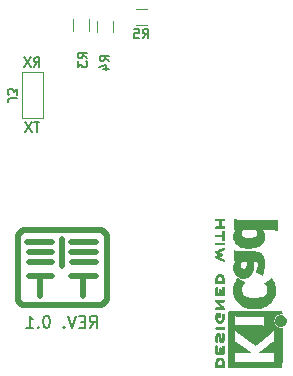
<source format=gbo>
G04 #@! TF.GenerationSoftware,KiCad,Pcbnew,(2017-11-08 revision cd21218)-HEAD*
G04 #@! TF.CreationDate,2018-02-20T18:29:19+02:00*
G04 #@! TF.ProjectId,ws281x_led_strip_controller,7773323831785F6C65645F7374726970,rev?*
G04 #@! TF.SameCoordinates,Original*
G04 #@! TF.FileFunction,Legend,Bot*
G04 #@! TF.FilePolarity,Positive*
%FSLAX46Y46*%
G04 Gerber Fmt 4.6, Leading zero omitted, Abs format (unit mm)*
G04 Created by KiCad (PCBNEW (2017-11-08 revision cd21218)-HEAD) date Tue Feb 20 18:29:19 2018*
%MOMM*%
%LPD*%
G01*
G04 APERTURE LIST*
%ADD10C,0.150000*%
%ADD11C,0.200000*%
%ADD12C,0.010000*%
%ADD13C,0.500000*%
%ADD14C,0.120000*%
%ADD15O,1.350000X1.350000*%
%ADD16R,1.350000X1.350000*%
%ADD17R,1.700000X1.700000*%
%ADD18O,1.700000X1.700000*%
%ADD19R,0.900000X1.200000*%
%ADD20R,1.200000X0.900000*%
%ADD21C,2.400000*%
%ADD22R,2.400000X2.400000*%
%ADD23R,1.270000X0.970000*%
G04 APERTURE END LIST*
D10*
X123633333Y-65361904D02*
X123900000Y-64980952D01*
X124090476Y-65361904D02*
X124090476Y-64561904D01*
X123785714Y-64561904D01*
X123709523Y-64600000D01*
X123671428Y-64638095D01*
X123633333Y-64714285D01*
X123633333Y-64828571D01*
X123671428Y-64904761D01*
X123709523Y-64942857D01*
X123785714Y-64980952D01*
X124090476Y-64980952D01*
X123366666Y-64561904D02*
X122833333Y-65361904D01*
X122833333Y-64561904D02*
X123366666Y-65361904D01*
X124109523Y-70061904D02*
X123652380Y-70061904D01*
X123880952Y-70861904D02*
X123880952Y-70061904D01*
X123461904Y-70061904D02*
X122928571Y-70861904D01*
X122928571Y-70061904D02*
X123461904Y-70861904D01*
D11*
X128380952Y-87452380D02*
X128714285Y-86976190D01*
X128952380Y-87452380D02*
X128952380Y-86452380D01*
X128571428Y-86452380D01*
X128476190Y-86500000D01*
X128428571Y-86547619D01*
X128380952Y-86642857D01*
X128380952Y-86785714D01*
X128428571Y-86880952D01*
X128476190Y-86928571D01*
X128571428Y-86976190D01*
X128952380Y-86976190D01*
X127952380Y-86928571D02*
X127619047Y-86928571D01*
X127476190Y-87452380D02*
X127952380Y-87452380D01*
X127952380Y-86452380D01*
X127476190Y-86452380D01*
X127190476Y-86452380D02*
X126857142Y-87452380D01*
X126523809Y-86452380D01*
X126190476Y-87357142D02*
X126142857Y-87404761D01*
X126190476Y-87452380D01*
X126238095Y-87404761D01*
X126190476Y-87357142D01*
X126190476Y-87452380D01*
X124761904Y-86452380D02*
X124666666Y-86452380D01*
X124571428Y-86500000D01*
X124523809Y-86547619D01*
X124476190Y-86642857D01*
X124428571Y-86833333D01*
X124428571Y-87071428D01*
X124476190Y-87261904D01*
X124523809Y-87357142D01*
X124571428Y-87404761D01*
X124666666Y-87452380D01*
X124761904Y-87452380D01*
X124857142Y-87404761D01*
X124904761Y-87357142D01*
X124952380Y-87261904D01*
X125000000Y-87071428D01*
X125000000Y-86833333D01*
X124952380Y-86642857D01*
X124904761Y-86547619D01*
X124857142Y-86500000D01*
X124761904Y-86452380D01*
X124000000Y-87357142D02*
X123952380Y-87404761D01*
X124000000Y-87452380D01*
X124047619Y-87404761D01*
X124000000Y-87357142D01*
X124000000Y-87452380D01*
X123000000Y-87452380D02*
X123571428Y-87452380D01*
X123285714Y-87452380D02*
X123285714Y-86452380D01*
X123380952Y-86595238D01*
X123476190Y-86690476D01*
X123571428Y-86738095D01*
D12*
G36*
X144973429Y-86773043D02*
X144949191Y-86676768D01*
X144906359Y-86590184D01*
X144846581Y-86515373D01*
X144771506Y-86454418D01*
X144682780Y-86409399D01*
X144586470Y-86383136D01*
X144489205Y-86377286D01*
X144395346Y-86392140D01*
X144307489Y-86425840D01*
X144228230Y-86476528D01*
X144160164Y-86542345D01*
X144105888Y-86621434D01*
X144067998Y-86711934D01*
X144055574Y-86763200D01*
X144048053Y-86807698D01*
X144045081Y-86841999D01*
X144046906Y-86874960D01*
X144053775Y-86915434D01*
X144060750Y-86948531D01*
X144092259Y-87041947D01*
X144143383Y-87125619D01*
X144212571Y-87197665D01*
X144298272Y-87256200D01*
X144325511Y-87270148D01*
X144361878Y-87286586D01*
X144392418Y-87296894D01*
X144424550Y-87302460D01*
X144465693Y-87304669D01*
X144511778Y-87304948D01*
X144596135Y-87300861D01*
X144665414Y-87287446D01*
X144726039Y-87262256D01*
X144784433Y-87222846D01*
X144828698Y-87184298D01*
X144894516Y-87112406D01*
X144939947Y-87037313D01*
X144967150Y-86954562D01*
X144977424Y-86876928D01*
X144973429Y-86773043D01*
X144973429Y-86773043D01*
G37*
X144973429Y-86773043D02*
X144949191Y-86676768D01*
X144906359Y-86590184D01*
X144846581Y-86515373D01*
X144771506Y-86454418D01*
X144682780Y-86409399D01*
X144586470Y-86383136D01*
X144489205Y-86377286D01*
X144395346Y-86392140D01*
X144307489Y-86425840D01*
X144228230Y-86476528D01*
X144160164Y-86542345D01*
X144105888Y-86621434D01*
X144067998Y-86711934D01*
X144055574Y-86763200D01*
X144048053Y-86807698D01*
X144045081Y-86841999D01*
X144046906Y-86874960D01*
X144053775Y-86915434D01*
X144060750Y-86948531D01*
X144092259Y-87041947D01*
X144143383Y-87125619D01*
X144212571Y-87197665D01*
X144298272Y-87256200D01*
X144325511Y-87270148D01*
X144361878Y-87286586D01*
X144392418Y-87296894D01*
X144424550Y-87302460D01*
X144465693Y-87304669D01*
X144511778Y-87304948D01*
X144596135Y-87300861D01*
X144665414Y-87287446D01*
X144726039Y-87262256D01*
X144784433Y-87222846D01*
X144828698Y-87184298D01*
X144894516Y-87112406D01*
X144939947Y-87037313D01*
X144967150Y-86954562D01*
X144977424Y-86876928D01*
X144973429Y-86773043D01*
G36*
X142527755Y-78313493D02*
X142293338Y-78313474D01*
X142080397Y-78313448D01*
X141887832Y-78313375D01*
X141714541Y-78313218D01*
X141559424Y-78312936D01*
X141421380Y-78312491D01*
X141299308Y-78311844D01*
X141192106Y-78310955D01*
X141098674Y-78309787D01*
X141017910Y-78308299D01*
X140948714Y-78306454D01*
X140889985Y-78304211D01*
X140840621Y-78301531D01*
X140799522Y-78298377D01*
X140765587Y-78294708D01*
X140737714Y-78290487D01*
X140714802Y-78285673D01*
X140695751Y-78280227D01*
X140679460Y-78274112D01*
X140664827Y-78267288D01*
X140650751Y-78259715D01*
X140636132Y-78251355D01*
X140627026Y-78246161D01*
X140566311Y-78211896D01*
X140566311Y-79070045D01*
X140662267Y-79070045D01*
X140705630Y-79070776D01*
X140738795Y-79072728D01*
X140756576Y-79075537D01*
X140758222Y-79076779D01*
X140751338Y-79088201D01*
X140733495Y-79110916D01*
X140714121Y-79133615D01*
X140673386Y-79188200D01*
X140632383Y-79257679D01*
X140594877Y-79334730D01*
X140564636Y-79412035D01*
X140554988Y-79442887D01*
X140540422Y-79511384D01*
X140530461Y-79594236D01*
X140525417Y-79683629D01*
X140525604Y-79771752D01*
X140531334Y-79850793D01*
X140537142Y-79888489D01*
X140575203Y-80026586D01*
X140632927Y-80153887D01*
X140709789Y-80269708D01*
X140805261Y-80373363D01*
X140918821Y-80464167D01*
X141029619Y-80530969D01*
X141146375Y-80585836D01*
X141265724Y-80627837D01*
X141391717Y-80657833D01*
X141528406Y-80676689D01*
X141679842Y-80685268D01*
X141757289Y-80685994D01*
X141814066Y-80683900D01*
X141814066Y-79854783D01*
X141720998Y-79854576D01*
X141633308Y-79851663D01*
X141556228Y-79846000D01*
X141494991Y-79837545D01*
X141482650Y-79834962D01*
X141375367Y-79803160D01*
X141288342Y-79761502D01*
X141221358Y-79709637D01*
X141174195Y-79647219D01*
X141146635Y-79573900D01*
X141138459Y-79489331D01*
X141149449Y-79393165D01*
X141165171Y-79329689D01*
X141183361Y-79280546D01*
X141209209Y-79226417D01*
X141232911Y-79185756D01*
X141279279Y-79115200D01*
X142429470Y-79115200D01*
X142473038Y-79182608D01*
X142513960Y-79261133D01*
X142540611Y-79345319D01*
X142552535Y-79430443D01*
X142549278Y-79511784D01*
X142530385Y-79584620D01*
X142514816Y-79616574D01*
X142471819Y-79674499D01*
X142415047Y-79723456D01*
X142342425Y-79764610D01*
X142251879Y-79799126D01*
X142141334Y-79828167D01*
X142135467Y-79829448D01*
X142073212Y-79839619D01*
X141995406Y-79847261D01*
X141907280Y-79852330D01*
X141814066Y-79854783D01*
X141814066Y-80683900D01*
X141970105Y-80678143D01*
X142165941Y-80656198D01*
X142344668Y-80620214D01*
X142506155Y-80570241D01*
X142650274Y-80506332D01*
X142776894Y-80428538D01*
X142885885Y-80336911D01*
X142977117Y-80231503D01*
X143008068Y-80186338D01*
X143064215Y-80085389D01*
X143103826Y-79982099D01*
X143127986Y-79872011D01*
X143137781Y-79750670D01*
X143136735Y-79658164D01*
X143125769Y-79528510D01*
X143103954Y-79415916D01*
X143070286Y-79317125D01*
X143023764Y-79228879D01*
X142989552Y-79180014D01*
X142967638Y-79150647D01*
X142952667Y-79128957D01*
X142948267Y-79120747D01*
X142959096Y-79119132D01*
X142989749Y-79117841D01*
X143037474Y-79116862D01*
X143099521Y-79116183D01*
X143173138Y-79115790D01*
X143255573Y-79115670D01*
X143344075Y-79115812D01*
X143435893Y-79116203D01*
X143528276Y-79116829D01*
X143618472Y-79117680D01*
X143703729Y-79118740D01*
X143781297Y-79119999D01*
X143848424Y-79121444D01*
X143902359Y-79123062D01*
X143940350Y-79124839D01*
X143947333Y-79125331D01*
X144017749Y-79132908D01*
X144072898Y-79144469D01*
X144120019Y-79162208D01*
X144166353Y-79188318D01*
X144175933Y-79194585D01*
X144212622Y-79219017D01*
X144212622Y-78313689D01*
X142527755Y-78313493D01*
X142527755Y-78313493D01*
G37*
X142527755Y-78313493D02*
X142293338Y-78313474D01*
X142080397Y-78313448D01*
X141887832Y-78313375D01*
X141714541Y-78313218D01*
X141559424Y-78312936D01*
X141421380Y-78312491D01*
X141299308Y-78311844D01*
X141192106Y-78310955D01*
X141098674Y-78309787D01*
X141017910Y-78308299D01*
X140948714Y-78306454D01*
X140889985Y-78304211D01*
X140840621Y-78301531D01*
X140799522Y-78298377D01*
X140765587Y-78294708D01*
X140737714Y-78290487D01*
X140714802Y-78285673D01*
X140695751Y-78280227D01*
X140679460Y-78274112D01*
X140664827Y-78267288D01*
X140650751Y-78259715D01*
X140636132Y-78251355D01*
X140627026Y-78246161D01*
X140566311Y-78211896D01*
X140566311Y-79070045D01*
X140662267Y-79070045D01*
X140705630Y-79070776D01*
X140738795Y-79072728D01*
X140756576Y-79075537D01*
X140758222Y-79076779D01*
X140751338Y-79088201D01*
X140733495Y-79110916D01*
X140714121Y-79133615D01*
X140673386Y-79188200D01*
X140632383Y-79257679D01*
X140594877Y-79334730D01*
X140564636Y-79412035D01*
X140554988Y-79442887D01*
X140540422Y-79511384D01*
X140530461Y-79594236D01*
X140525417Y-79683629D01*
X140525604Y-79771752D01*
X140531334Y-79850793D01*
X140537142Y-79888489D01*
X140575203Y-80026586D01*
X140632927Y-80153887D01*
X140709789Y-80269708D01*
X140805261Y-80373363D01*
X140918821Y-80464167D01*
X141029619Y-80530969D01*
X141146375Y-80585836D01*
X141265724Y-80627837D01*
X141391717Y-80657833D01*
X141528406Y-80676689D01*
X141679842Y-80685268D01*
X141757289Y-80685994D01*
X141814066Y-80683900D01*
X141814066Y-79854783D01*
X141720998Y-79854576D01*
X141633308Y-79851663D01*
X141556228Y-79846000D01*
X141494991Y-79837545D01*
X141482650Y-79834962D01*
X141375367Y-79803160D01*
X141288342Y-79761502D01*
X141221358Y-79709637D01*
X141174195Y-79647219D01*
X141146635Y-79573900D01*
X141138459Y-79489331D01*
X141149449Y-79393165D01*
X141165171Y-79329689D01*
X141183361Y-79280546D01*
X141209209Y-79226417D01*
X141232911Y-79185756D01*
X141279279Y-79115200D01*
X142429470Y-79115200D01*
X142473038Y-79182608D01*
X142513960Y-79261133D01*
X142540611Y-79345319D01*
X142552535Y-79430443D01*
X142549278Y-79511784D01*
X142530385Y-79584620D01*
X142514816Y-79616574D01*
X142471819Y-79674499D01*
X142415047Y-79723456D01*
X142342425Y-79764610D01*
X142251879Y-79799126D01*
X142141334Y-79828167D01*
X142135467Y-79829448D01*
X142073212Y-79839619D01*
X141995406Y-79847261D01*
X141907280Y-79852330D01*
X141814066Y-79854783D01*
X141814066Y-80683900D01*
X141970105Y-80678143D01*
X142165941Y-80656198D01*
X142344668Y-80620214D01*
X142506155Y-80570241D01*
X142650274Y-80506332D01*
X142776894Y-80428538D01*
X142885885Y-80336911D01*
X142977117Y-80231503D01*
X143008068Y-80186338D01*
X143064215Y-80085389D01*
X143103826Y-79982099D01*
X143127986Y-79872011D01*
X143137781Y-79750670D01*
X143136735Y-79658164D01*
X143125769Y-79528510D01*
X143103954Y-79415916D01*
X143070286Y-79317125D01*
X143023764Y-79228879D01*
X142989552Y-79180014D01*
X142967638Y-79150647D01*
X142952667Y-79128957D01*
X142948267Y-79120747D01*
X142959096Y-79119132D01*
X142989749Y-79117841D01*
X143037474Y-79116862D01*
X143099521Y-79116183D01*
X143173138Y-79115790D01*
X143255573Y-79115670D01*
X143344075Y-79115812D01*
X143435893Y-79116203D01*
X143528276Y-79116829D01*
X143618472Y-79117680D01*
X143703729Y-79118740D01*
X143781297Y-79119999D01*
X143848424Y-79121444D01*
X143902359Y-79123062D01*
X143940350Y-79124839D01*
X143947333Y-79125331D01*
X144017749Y-79132908D01*
X144072898Y-79144469D01*
X144120019Y-79162208D01*
X144166353Y-79188318D01*
X144175933Y-79194585D01*
X144212622Y-79219017D01*
X144212622Y-78313689D01*
X142527755Y-78313493D01*
G36*
X143133448Y-81826426D02*
X143113433Y-81674508D01*
X143079798Y-81539244D01*
X143032275Y-81419761D01*
X142970595Y-81315185D01*
X142907035Y-81237576D01*
X142832901Y-81168735D01*
X142753129Y-81114994D01*
X142660909Y-81072090D01*
X142617839Y-81056616D01*
X142578858Y-81043756D01*
X142542711Y-81032554D01*
X142507566Y-81022880D01*
X142471590Y-81014604D01*
X142432950Y-81007597D01*
X142389815Y-81001728D01*
X142340351Y-80996869D01*
X142282727Y-80992890D01*
X142215109Y-80989660D01*
X142135666Y-80987051D01*
X142042564Y-80984933D01*
X141933973Y-80983176D01*
X141808058Y-80981651D01*
X141662988Y-80980228D01*
X141520222Y-80978975D01*
X141364032Y-80977649D01*
X141228761Y-80976444D01*
X141112754Y-80975234D01*
X141014355Y-80973894D01*
X140931907Y-80972300D01*
X140863754Y-80970325D01*
X140808240Y-80967844D01*
X140763708Y-80964731D01*
X140728502Y-80960862D01*
X140700966Y-80956111D01*
X140679444Y-80950352D01*
X140662278Y-80943461D01*
X140647814Y-80935311D01*
X140634394Y-80925777D01*
X140620362Y-80914734D01*
X140614929Y-80910434D01*
X140592090Y-80894614D01*
X140576537Y-80887578D01*
X140576078Y-80887556D01*
X140573879Y-80898433D01*
X140571853Y-80929418D01*
X140570058Y-80978043D01*
X140568549Y-81041837D01*
X140567384Y-81118331D01*
X140566620Y-81205056D01*
X140566314Y-81299543D01*
X140566311Y-81310450D01*
X140566311Y-81733343D01*
X140662378Y-81736605D01*
X140758444Y-81739867D01*
X140707457Y-81801956D01*
X140639943Y-81899286D01*
X140585251Y-82009187D01*
X140555022Y-82095651D01*
X140540334Y-82164722D01*
X140530341Y-82248075D01*
X140525354Y-82337841D01*
X140525687Y-82426155D01*
X140531649Y-82505149D01*
X140537362Y-82541378D01*
X140575224Y-82681397D01*
X140630068Y-82807822D01*
X140701076Y-82919740D01*
X140787432Y-83016238D01*
X140888321Y-83096400D01*
X141002924Y-83159313D01*
X141129016Y-83203688D01*
X141185599Y-83216022D01*
X141247798Y-83223632D01*
X141322637Y-83227261D01*
X141356533Y-83227755D01*
X141359718Y-83227690D01*
X141359718Y-82467752D01*
X141284667Y-82458459D01*
X141220840Y-82430272D01*
X141165202Y-82381803D01*
X141160789Y-82376746D01*
X141125963Y-82328452D01*
X141103380Y-82276743D01*
X141091460Y-82216011D01*
X141088617Y-82140648D01*
X141089022Y-82122541D01*
X141091675Y-82068722D01*
X141097091Y-82028692D01*
X141107255Y-81993676D01*
X141124150Y-81954897D01*
X141129328Y-81944255D01*
X141165156Y-81883604D01*
X141207788Y-81836785D01*
X141223027Y-81824048D01*
X141279538Y-81779378D01*
X141475414Y-81779378D01*
X141554061Y-81779914D01*
X141612012Y-81781604D01*
X141651125Y-81784572D01*
X141673259Y-81788943D01*
X141679726Y-81793028D01*
X141682889Y-81808953D01*
X141685512Y-81842736D01*
X141687345Y-81889660D01*
X141688143Y-81945007D01*
X141688158Y-81953894D01*
X141682904Y-82074670D01*
X141666737Y-82177340D01*
X141639039Y-82263894D01*
X141599192Y-82336319D01*
X141552242Y-82391249D01*
X141494355Y-82435796D01*
X141431307Y-82460520D01*
X141359718Y-82467752D01*
X141359718Y-83227690D01*
X141450288Y-83225822D01*
X141529188Y-83217478D01*
X141600410Y-83201232D01*
X141671136Y-83175595D01*
X141723507Y-83151599D01*
X141818804Y-83092980D01*
X141906830Y-83014883D01*
X141985983Y-82919685D01*
X142054660Y-82809762D01*
X142111259Y-82687490D01*
X142154179Y-82555245D01*
X142169118Y-82490578D01*
X142191223Y-82354396D01*
X142205806Y-82205951D01*
X142212187Y-82054495D01*
X142210555Y-81927936D01*
X142203776Y-81766050D01*
X142262755Y-81773470D01*
X142361908Y-81792762D01*
X142442628Y-81823896D01*
X142505534Y-81867731D01*
X142551244Y-81925129D01*
X142580378Y-81996952D01*
X142593553Y-82084059D01*
X142591389Y-82187314D01*
X142587388Y-82225289D01*
X142562220Y-82366480D01*
X142521186Y-82503293D01*
X142483185Y-82597822D01*
X142463810Y-82642982D01*
X142448240Y-82681415D01*
X142438595Y-82707766D01*
X142436548Y-82715454D01*
X142445626Y-82725198D01*
X142474595Y-82741917D01*
X142523783Y-82765768D01*
X142593516Y-82796907D01*
X142684121Y-82835493D01*
X142699911Y-82842090D01*
X142772228Y-82872147D01*
X142837575Y-82899126D01*
X142893094Y-82921864D01*
X142935928Y-82939194D01*
X142963219Y-82949952D01*
X142972058Y-82953059D01*
X142976813Y-82943060D01*
X142982090Y-82916783D01*
X142985769Y-82888511D01*
X142990526Y-82858354D01*
X142999972Y-82810567D01*
X143013180Y-82749388D01*
X143029224Y-82679054D01*
X143047180Y-82603806D01*
X143054203Y-82575245D01*
X143079791Y-82470184D01*
X143099853Y-82382520D01*
X143115031Y-82307932D01*
X143125965Y-82242097D01*
X143133296Y-82180693D01*
X143137665Y-82119398D01*
X143139713Y-82053890D01*
X143140111Y-81995872D01*
X143133448Y-81826426D01*
X143133448Y-81826426D01*
G37*
X143133448Y-81826426D02*
X143113433Y-81674508D01*
X143079798Y-81539244D01*
X143032275Y-81419761D01*
X142970595Y-81315185D01*
X142907035Y-81237576D01*
X142832901Y-81168735D01*
X142753129Y-81114994D01*
X142660909Y-81072090D01*
X142617839Y-81056616D01*
X142578858Y-81043756D01*
X142542711Y-81032554D01*
X142507566Y-81022880D01*
X142471590Y-81014604D01*
X142432950Y-81007597D01*
X142389815Y-81001728D01*
X142340351Y-80996869D01*
X142282727Y-80992890D01*
X142215109Y-80989660D01*
X142135666Y-80987051D01*
X142042564Y-80984933D01*
X141933973Y-80983176D01*
X141808058Y-80981651D01*
X141662988Y-80980228D01*
X141520222Y-80978975D01*
X141364032Y-80977649D01*
X141228761Y-80976444D01*
X141112754Y-80975234D01*
X141014355Y-80973894D01*
X140931907Y-80972300D01*
X140863754Y-80970325D01*
X140808240Y-80967844D01*
X140763708Y-80964731D01*
X140728502Y-80960862D01*
X140700966Y-80956111D01*
X140679444Y-80950352D01*
X140662278Y-80943461D01*
X140647814Y-80935311D01*
X140634394Y-80925777D01*
X140620362Y-80914734D01*
X140614929Y-80910434D01*
X140592090Y-80894614D01*
X140576537Y-80887578D01*
X140576078Y-80887556D01*
X140573879Y-80898433D01*
X140571853Y-80929418D01*
X140570058Y-80978043D01*
X140568549Y-81041837D01*
X140567384Y-81118331D01*
X140566620Y-81205056D01*
X140566314Y-81299543D01*
X140566311Y-81310450D01*
X140566311Y-81733343D01*
X140662378Y-81736605D01*
X140758444Y-81739867D01*
X140707457Y-81801956D01*
X140639943Y-81899286D01*
X140585251Y-82009187D01*
X140555022Y-82095651D01*
X140540334Y-82164722D01*
X140530341Y-82248075D01*
X140525354Y-82337841D01*
X140525687Y-82426155D01*
X140531649Y-82505149D01*
X140537362Y-82541378D01*
X140575224Y-82681397D01*
X140630068Y-82807822D01*
X140701076Y-82919740D01*
X140787432Y-83016238D01*
X140888321Y-83096400D01*
X141002924Y-83159313D01*
X141129016Y-83203688D01*
X141185599Y-83216022D01*
X141247798Y-83223632D01*
X141322637Y-83227261D01*
X141356533Y-83227755D01*
X141359718Y-83227690D01*
X141359718Y-82467752D01*
X141284667Y-82458459D01*
X141220840Y-82430272D01*
X141165202Y-82381803D01*
X141160789Y-82376746D01*
X141125963Y-82328452D01*
X141103380Y-82276743D01*
X141091460Y-82216011D01*
X141088617Y-82140648D01*
X141089022Y-82122541D01*
X141091675Y-82068722D01*
X141097091Y-82028692D01*
X141107255Y-81993676D01*
X141124150Y-81954897D01*
X141129328Y-81944255D01*
X141165156Y-81883604D01*
X141207788Y-81836785D01*
X141223027Y-81824048D01*
X141279538Y-81779378D01*
X141475414Y-81779378D01*
X141554061Y-81779914D01*
X141612012Y-81781604D01*
X141651125Y-81784572D01*
X141673259Y-81788943D01*
X141679726Y-81793028D01*
X141682889Y-81808953D01*
X141685512Y-81842736D01*
X141687345Y-81889660D01*
X141688143Y-81945007D01*
X141688158Y-81953894D01*
X141682904Y-82074670D01*
X141666737Y-82177340D01*
X141639039Y-82263894D01*
X141599192Y-82336319D01*
X141552242Y-82391249D01*
X141494355Y-82435796D01*
X141431307Y-82460520D01*
X141359718Y-82467752D01*
X141359718Y-83227690D01*
X141450288Y-83225822D01*
X141529188Y-83217478D01*
X141600410Y-83201232D01*
X141671136Y-83175595D01*
X141723507Y-83151599D01*
X141818804Y-83092980D01*
X141906830Y-83014883D01*
X141985983Y-82919685D01*
X142054660Y-82809762D01*
X142111259Y-82687490D01*
X142154179Y-82555245D01*
X142169118Y-82490578D01*
X142191223Y-82354396D01*
X142205806Y-82205951D01*
X142212187Y-82054495D01*
X142210555Y-81927936D01*
X142203776Y-81766050D01*
X142262755Y-81773470D01*
X142361908Y-81792762D01*
X142442628Y-81823896D01*
X142505534Y-81867731D01*
X142551244Y-81925129D01*
X142580378Y-81996952D01*
X142593553Y-82084059D01*
X142591389Y-82187314D01*
X142587388Y-82225289D01*
X142562220Y-82366480D01*
X142521186Y-82503293D01*
X142483185Y-82597822D01*
X142463810Y-82642982D01*
X142448240Y-82681415D01*
X142438595Y-82707766D01*
X142436548Y-82715454D01*
X142445626Y-82725198D01*
X142474595Y-82741917D01*
X142523783Y-82765768D01*
X142593516Y-82796907D01*
X142684121Y-82835493D01*
X142699911Y-82842090D01*
X142772228Y-82872147D01*
X142837575Y-82899126D01*
X142893094Y-82921864D01*
X142935928Y-82939194D01*
X142963219Y-82949952D01*
X142972058Y-82953059D01*
X142976813Y-82943060D01*
X142982090Y-82916783D01*
X142985769Y-82888511D01*
X142990526Y-82858354D01*
X142999972Y-82810567D01*
X143013180Y-82749388D01*
X143029224Y-82679054D01*
X143047180Y-82603806D01*
X143054203Y-82575245D01*
X143079791Y-82470184D01*
X143099853Y-82382520D01*
X143115031Y-82307932D01*
X143125965Y-82242097D01*
X143133296Y-82180693D01*
X143137665Y-82119398D01*
X143139713Y-82053890D01*
X143140111Y-81995872D01*
X143133448Y-81826426D01*
G36*
X144050929Y-84171571D02*
X144029755Y-84011430D01*
X143989615Y-83847490D01*
X143930111Y-83677687D01*
X143850846Y-83499957D01*
X143845301Y-83488690D01*
X143817275Y-83430995D01*
X143793198Y-83379448D01*
X143774751Y-83337809D01*
X143763614Y-83309838D01*
X143761067Y-83300267D01*
X143756059Y-83281050D01*
X143751853Y-83276439D01*
X143741420Y-83281542D01*
X143715132Y-83297582D01*
X143675743Y-83322712D01*
X143626009Y-83355086D01*
X143568685Y-83392857D01*
X143506524Y-83434178D01*
X143442282Y-83477202D01*
X143378715Y-83520083D01*
X143318575Y-83560974D01*
X143264620Y-83598029D01*
X143219603Y-83629400D01*
X143186279Y-83653241D01*
X143167403Y-83667706D01*
X143165213Y-83669691D01*
X143169862Y-83679809D01*
X143187038Y-83702150D01*
X143213560Y-83732720D01*
X143228036Y-83748464D01*
X143303318Y-83844953D01*
X143358759Y-83951664D01*
X143393859Y-84067168D01*
X143408120Y-84190038D01*
X143406949Y-84259439D01*
X143389788Y-84380577D01*
X143353906Y-84489795D01*
X143299041Y-84587418D01*
X143224930Y-84673772D01*
X143131312Y-84749185D01*
X143017924Y-84813982D01*
X142931333Y-84851399D01*
X142795634Y-84895252D01*
X142648150Y-84927572D01*
X142492686Y-84948443D01*
X142333044Y-84957949D01*
X142173027Y-84956173D01*
X142016439Y-84943197D01*
X141867082Y-84919106D01*
X141728760Y-84883982D01*
X141605276Y-84837908D01*
X141571022Y-84821627D01*
X141456936Y-84753380D01*
X141360443Y-84672921D01*
X141282330Y-84581430D01*
X141223383Y-84480089D01*
X141184388Y-84370080D01*
X141166132Y-84252585D01*
X141164789Y-84211117D01*
X141175710Y-84089559D01*
X141208526Y-83969122D01*
X141262561Y-83851334D01*
X141337135Y-83737723D01*
X141415461Y-83646315D01*
X141459992Y-83599785D01*
X141162729Y-83418517D01*
X141088567Y-83373420D01*
X141020354Y-83332181D01*
X140960541Y-83296265D01*
X140911580Y-83267134D01*
X140875921Y-83246250D01*
X140856016Y-83235076D01*
X140852921Y-83233625D01*
X140843282Y-83241854D01*
X140826001Y-83267433D01*
X140802717Y-83307127D01*
X140775066Y-83357703D01*
X140744685Y-83415926D01*
X140713210Y-83478563D01*
X140682278Y-83542379D01*
X140653527Y-83604140D01*
X140628592Y-83660612D01*
X140609111Y-83708562D01*
X140600682Y-83732014D01*
X140562867Y-83865779D01*
X140537864Y-84003673D01*
X140524860Y-84151378D01*
X140522532Y-84278167D01*
X140523627Y-84346122D01*
X140525725Y-84411723D01*
X140528566Y-84469153D01*
X140531894Y-84512597D01*
X140533578Y-84526702D01*
X140562413Y-84665716D01*
X140607532Y-84807243D01*
X140666250Y-84944725D01*
X140735880Y-85071606D01*
X140788559Y-85149111D01*
X140896761Y-85276519D01*
X141023329Y-85394822D01*
X141165134Y-85501828D01*
X141319049Y-85595348D01*
X141481947Y-85673190D01*
X141599244Y-85717044D01*
X141782872Y-85767292D01*
X141977419Y-85800791D01*
X142178675Y-85817551D01*
X142382432Y-85817584D01*
X142584479Y-85800899D01*
X142780608Y-85767507D01*
X142966609Y-85717420D01*
X142978197Y-85713603D01*
X143140250Y-85650719D01*
X143288168Y-85573972D01*
X143426135Y-85480758D01*
X143558339Y-85368473D01*
X143603601Y-85324608D01*
X143727543Y-85188466D01*
X143830085Y-85048509D01*
X143912344Y-84902589D01*
X143975436Y-84748558D01*
X144020477Y-84584268D01*
X144037967Y-84488711D01*
X144053534Y-84329977D01*
X144050929Y-84171571D01*
X144050929Y-84171571D01*
G37*
X144050929Y-84171571D02*
X144029755Y-84011430D01*
X143989615Y-83847490D01*
X143930111Y-83677687D01*
X143850846Y-83499957D01*
X143845301Y-83488690D01*
X143817275Y-83430995D01*
X143793198Y-83379448D01*
X143774751Y-83337809D01*
X143763614Y-83309838D01*
X143761067Y-83300267D01*
X143756059Y-83281050D01*
X143751853Y-83276439D01*
X143741420Y-83281542D01*
X143715132Y-83297582D01*
X143675743Y-83322712D01*
X143626009Y-83355086D01*
X143568685Y-83392857D01*
X143506524Y-83434178D01*
X143442282Y-83477202D01*
X143378715Y-83520083D01*
X143318575Y-83560974D01*
X143264620Y-83598029D01*
X143219603Y-83629400D01*
X143186279Y-83653241D01*
X143167403Y-83667706D01*
X143165213Y-83669691D01*
X143169862Y-83679809D01*
X143187038Y-83702150D01*
X143213560Y-83732720D01*
X143228036Y-83748464D01*
X143303318Y-83844953D01*
X143358759Y-83951664D01*
X143393859Y-84067168D01*
X143408120Y-84190038D01*
X143406949Y-84259439D01*
X143389788Y-84380577D01*
X143353906Y-84489795D01*
X143299041Y-84587418D01*
X143224930Y-84673772D01*
X143131312Y-84749185D01*
X143017924Y-84813982D01*
X142931333Y-84851399D01*
X142795634Y-84895252D01*
X142648150Y-84927572D01*
X142492686Y-84948443D01*
X142333044Y-84957949D01*
X142173027Y-84956173D01*
X142016439Y-84943197D01*
X141867082Y-84919106D01*
X141728760Y-84883982D01*
X141605276Y-84837908D01*
X141571022Y-84821627D01*
X141456936Y-84753380D01*
X141360443Y-84672921D01*
X141282330Y-84581430D01*
X141223383Y-84480089D01*
X141184388Y-84370080D01*
X141166132Y-84252585D01*
X141164789Y-84211117D01*
X141175710Y-84089559D01*
X141208526Y-83969122D01*
X141262561Y-83851334D01*
X141337135Y-83737723D01*
X141415461Y-83646315D01*
X141459992Y-83599785D01*
X141162729Y-83418517D01*
X141088567Y-83373420D01*
X141020354Y-83332181D01*
X140960541Y-83296265D01*
X140911580Y-83267134D01*
X140875921Y-83246250D01*
X140856016Y-83235076D01*
X140852921Y-83233625D01*
X140843282Y-83241854D01*
X140826001Y-83267433D01*
X140802717Y-83307127D01*
X140775066Y-83357703D01*
X140744685Y-83415926D01*
X140713210Y-83478563D01*
X140682278Y-83542379D01*
X140653527Y-83604140D01*
X140628592Y-83660612D01*
X140609111Y-83708562D01*
X140600682Y-83732014D01*
X140562867Y-83865779D01*
X140537864Y-84003673D01*
X140524860Y-84151378D01*
X140522532Y-84278167D01*
X140523627Y-84346122D01*
X140525725Y-84411723D01*
X140528566Y-84469153D01*
X140531894Y-84512597D01*
X140533578Y-84526702D01*
X140562413Y-84665716D01*
X140607532Y-84807243D01*
X140666250Y-84944725D01*
X140735880Y-85071606D01*
X140788559Y-85149111D01*
X140896761Y-85276519D01*
X141023329Y-85394822D01*
X141165134Y-85501828D01*
X141319049Y-85595348D01*
X141481947Y-85673190D01*
X141599244Y-85717044D01*
X141782872Y-85767292D01*
X141977419Y-85800791D01*
X142178675Y-85817551D01*
X142382432Y-85817584D01*
X142584479Y-85800899D01*
X142780608Y-85767507D01*
X142966609Y-85717420D01*
X142978197Y-85713603D01*
X143140250Y-85650719D01*
X143288168Y-85573972D01*
X143426135Y-85480758D01*
X143558339Y-85368473D01*
X143603601Y-85324608D01*
X143727543Y-85188466D01*
X143830085Y-85048509D01*
X143912344Y-84902589D01*
X143975436Y-84748558D01*
X144020477Y-84584268D01*
X144037967Y-84488711D01*
X144053534Y-84329977D01*
X144050929Y-84171571D01*
G36*
X144510946Y-87446400D02*
X144397007Y-87435535D01*
X144289384Y-87403918D01*
X144190385Y-87353015D01*
X144102316Y-87284293D01*
X144027484Y-87199219D01*
X143969616Y-87102232D01*
X143929995Y-86995964D01*
X143911427Y-86888950D01*
X143912566Y-86783300D01*
X143932070Y-86681125D01*
X143968594Y-86584534D01*
X144020795Y-86495638D01*
X144087327Y-86416546D01*
X144166848Y-86349369D01*
X144258013Y-86296217D01*
X144359477Y-86259199D01*
X144469898Y-86240427D01*
X144519794Y-86238489D01*
X144607733Y-86238489D01*
X144607733Y-86186560D01*
X144604889Y-86150253D01*
X144593089Y-86123355D01*
X144569351Y-86096249D01*
X144530969Y-86057867D01*
X142339398Y-86057867D01*
X142077261Y-86057876D01*
X141836759Y-86057908D01*
X141616952Y-86057972D01*
X141416899Y-86058076D01*
X141235656Y-86058227D01*
X141072284Y-86058434D01*
X140925840Y-86058706D01*
X140795383Y-86059050D01*
X140679971Y-86059474D01*
X140578662Y-86059987D01*
X140490516Y-86060597D01*
X140414590Y-86061312D01*
X140349943Y-86062140D01*
X140295633Y-86063089D01*
X140250720Y-86064167D01*
X140214260Y-86065383D01*
X140185313Y-86066745D01*
X140162937Y-86068261D01*
X140146191Y-86069938D01*
X140134132Y-86071786D01*
X140125820Y-86073813D01*
X140120313Y-86076025D01*
X140118463Y-86077108D01*
X140111451Y-86081271D01*
X140105004Y-86084805D01*
X140099100Y-86088635D01*
X140093714Y-86093682D01*
X140088822Y-86100871D01*
X140084402Y-86111123D01*
X140080428Y-86125364D01*
X140076879Y-86144514D01*
X140073730Y-86169499D01*
X140070958Y-86201240D01*
X140068539Y-86240662D01*
X140066449Y-86288686D01*
X140064665Y-86346237D01*
X140063163Y-86414237D01*
X140061920Y-86493610D01*
X140060911Y-86585279D01*
X140060115Y-86690166D01*
X140059506Y-86809196D01*
X140059061Y-86943290D01*
X140058757Y-87093373D01*
X140058570Y-87260367D01*
X140058476Y-87445196D01*
X140058452Y-87648783D01*
X140058475Y-87872050D01*
X140058520Y-88115922D01*
X140058563Y-88381321D01*
X140058568Y-88419704D01*
X140058611Y-88686682D01*
X140058682Y-88932002D01*
X140058787Y-89156583D01*
X140058934Y-89361345D01*
X140059131Y-89547206D01*
X140059384Y-89715088D01*
X140059700Y-89865908D01*
X140060087Y-90000587D01*
X140060553Y-90120044D01*
X140061103Y-90225199D01*
X140061747Y-90316971D01*
X140062489Y-90396279D01*
X140063339Y-90464043D01*
X140064303Y-90521182D01*
X140065389Y-90568617D01*
X140066603Y-90607266D01*
X140067953Y-90638049D01*
X140069445Y-90661885D01*
X140071089Y-90679694D01*
X140072889Y-90692395D01*
X140074855Y-90700908D01*
X140076523Y-90705266D01*
X140080094Y-90713728D01*
X140082730Y-90721497D01*
X140085366Y-90728602D01*
X140088938Y-90735073D01*
X140094379Y-90740939D01*
X140102625Y-90746229D01*
X140114610Y-90750974D01*
X140131269Y-90755202D01*
X140153537Y-90758943D01*
X140182348Y-90762227D01*
X140218637Y-90765083D01*
X140263339Y-90767540D01*
X140317389Y-90769629D01*
X140381721Y-90771378D01*
X140457270Y-90772817D01*
X140544970Y-90773976D01*
X140645757Y-90774883D01*
X140760566Y-90775569D01*
X140890330Y-90776063D01*
X141035985Y-90776395D01*
X141198465Y-90776593D01*
X141378705Y-90776687D01*
X141577640Y-90776708D01*
X141796204Y-90776685D01*
X142035332Y-90776646D01*
X142295960Y-90776622D01*
X142338111Y-90776622D01*
X142601008Y-90776636D01*
X142842268Y-90776661D01*
X143062835Y-90776671D01*
X143263648Y-90776642D01*
X143445651Y-90776548D01*
X143609784Y-90776362D01*
X143756989Y-90776059D01*
X143888208Y-90775614D01*
X143998133Y-90775034D01*
X143998133Y-90472197D01*
X143940289Y-90432407D01*
X143924521Y-90421236D01*
X143910559Y-90411166D01*
X143897216Y-90402138D01*
X143883307Y-90394097D01*
X143867644Y-90386986D01*
X143849042Y-90380747D01*
X143826314Y-90375325D01*
X143798273Y-90370662D01*
X143763733Y-90366701D01*
X143721508Y-90363385D01*
X143670411Y-90360659D01*
X143609256Y-90358464D01*
X143536856Y-90356745D01*
X143452025Y-90355444D01*
X143353578Y-90354505D01*
X143240326Y-90353870D01*
X143111084Y-90353484D01*
X142964666Y-90353288D01*
X142799884Y-90353227D01*
X142615553Y-90353243D01*
X142410487Y-90353280D01*
X142287867Y-90353289D01*
X142070918Y-90353265D01*
X141875358Y-90353231D01*
X141700001Y-90353243D01*
X141543659Y-90353358D01*
X141405143Y-90353630D01*
X141283266Y-90354118D01*
X141176840Y-90354876D01*
X141084678Y-90355962D01*
X141005591Y-90357431D01*
X140938392Y-90359340D01*
X140881893Y-90361744D01*
X140834907Y-90364701D01*
X140796245Y-90368266D01*
X140764720Y-90372495D01*
X140739145Y-90377446D01*
X140718330Y-90383173D01*
X140701089Y-90389733D01*
X140686235Y-90397183D01*
X140672578Y-90405579D01*
X140658931Y-90414976D01*
X140644107Y-90425432D01*
X140635217Y-90431523D01*
X140577600Y-90470296D01*
X140577600Y-89938732D01*
X140577635Y-89815483D01*
X140577785Y-89712987D01*
X140578122Y-89629420D01*
X140578714Y-89562956D01*
X140579633Y-89511771D01*
X140580949Y-89474041D01*
X140582731Y-89447940D01*
X140585049Y-89431644D01*
X140587974Y-89423328D01*
X140591576Y-89421168D01*
X140595925Y-89423339D01*
X140597355Y-89424535D01*
X140634427Y-89449685D01*
X140687228Y-89475583D01*
X140749230Y-89499192D01*
X140775643Y-89507461D01*
X140793584Y-89512078D01*
X140814645Y-89515979D01*
X140840911Y-89519248D01*
X140874468Y-89521966D01*
X140917401Y-89524215D01*
X140971796Y-89526077D01*
X141039738Y-89527636D01*
X141123312Y-89528972D01*
X141224605Y-89530169D01*
X141345700Y-89531308D01*
X141390400Y-89531685D01*
X141515551Y-89532702D01*
X141619918Y-89533460D01*
X141705293Y-89533903D01*
X141773467Y-89533970D01*
X141826235Y-89533605D01*
X141865386Y-89532748D01*
X141892715Y-89531341D01*
X141910014Y-89529325D01*
X141919074Y-89526643D01*
X141921688Y-89523236D01*
X141919649Y-89519044D01*
X141915333Y-89514571D01*
X141902398Y-89504216D01*
X141873324Y-89482158D01*
X141830241Y-89449957D01*
X141775282Y-89409174D01*
X141710577Y-89361370D01*
X141638258Y-89308105D01*
X141560456Y-89250940D01*
X141479302Y-89191437D01*
X141396928Y-89131155D01*
X141315464Y-89071655D01*
X141237043Y-89014498D01*
X141163796Y-88961245D01*
X141097853Y-88913457D01*
X141041346Y-88872693D01*
X140996407Y-88840516D01*
X140965166Y-88818485D01*
X140958534Y-88813917D01*
X140921631Y-88790996D01*
X140873641Y-88764188D01*
X140824103Y-88738789D01*
X140817423Y-88735568D01*
X140769228Y-88713890D01*
X140731666Y-88701304D01*
X140695840Y-88695574D01*
X140653800Y-88694456D01*
X140577600Y-88695090D01*
X140577600Y-87540651D01*
X140671331Y-87631815D01*
X140721225Y-87678612D01*
X140777705Y-87728899D01*
X140831974Y-87774944D01*
X140857327Y-87795369D01*
X140896872Y-87825807D01*
X140950084Y-87865862D01*
X141015333Y-87914361D01*
X141090989Y-87970135D01*
X141175423Y-88032011D01*
X141267006Y-88098819D01*
X141364108Y-88169387D01*
X141465099Y-88242545D01*
X141568350Y-88317121D01*
X141672232Y-88391944D01*
X141775115Y-88465843D01*
X141875369Y-88537646D01*
X141971364Y-88606184D01*
X142061473Y-88670284D01*
X142144064Y-88728775D01*
X142217508Y-88780486D01*
X142280176Y-88824247D01*
X142330439Y-88858885D01*
X142366666Y-88883230D01*
X142387229Y-88896111D01*
X142391332Y-88897869D01*
X142402658Y-88889910D01*
X142429838Y-88869115D01*
X142471171Y-88836847D01*
X142524956Y-88794470D01*
X142589494Y-88743347D01*
X142663082Y-88684841D01*
X142744022Y-88620314D01*
X142830612Y-88551131D01*
X142921152Y-88478653D01*
X143013940Y-88404246D01*
X143088298Y-88344517D01*
X143088298Y-87333511D01*
X143075341Y-87327602D01*
X143053092Y-87313272D01*
X143051609Y-87312225D01*
X143021456Y-87293438D01*
X142984625Y-87273791D01*
X142976489Y-87269892D01*
X142968060Y-87266356D01*
X142957941Y-87263230D01*
X142944740Y-87260486D01*
X142927062Y-87258092D01*
X142903516Y-87256019D01*
X142872707Y-87254235D01*
X142833243Y-87252712D01*
X142783731Y-87251419D01*
X142722777Y-87250326D01*
X142648989Y-87249403D01*
X142560972Y-87248619D01*
X142457335Y-87247945D01*
X142336684Y-87247350D01*
X142197626Y-87246805D01*
X142038768Y-87246279D01*
X141859911Y-87245745D01*
X141674793Y-87245206D01*
X141510855Y-87244772D01*
X141366697Y-87244509D01*
X141240921Y-87244484D01*
X141132129Y-87244765D01*
X141038923Y-87245419D01*
X140959903Y-87246514D01*
X140893672Y-87248118D01*
X140838830Y-87250297D01*
X140793979Y-87253119D01*
X140757722Y-87256651D01*
X140728659Y-87260961D01*
X140705391Y-87266117D01*
X140686521Y-87272185D01*
X140670649Y-87279233D01*
X140656378Y-87287329D01*
X140642309Y-87296540D01*
X140629842Y-87305040D01*
X140603548Y-87322176D01*
X140585963Y-87332322D01*
X140582743Y-87333511D01*
X140581666Y-87322604D01*
X140580665Y-87291411D01*
X140579765Y-87242223D01*
X140578990Y-87177333D01*
X140578363Y-87099030D01*
X140577909Y-87009607D01*
X140577651Y-86911356D01*
X140577600Y-86842445D01*
X140577820Y-86737452D01*
X140578452Y-86640610D01*
X140579451Y-86554107D01*
X140580773Y-86480132D01*
X140582374Y-86420874D01*
X140584209Y-86378520D01*
X140586235Y-86355260D01*
X140587507Y-86351378D01*
X140602409Y-86359076D01*
X140610440Y-86367074D01*
X140627566Y-86380246D01*
X140657817Y-86397485D01*
X140682378Y-86409407D01*
X140741289Y-86436045D01*
X141918155Y-86439120D01*
X143095022Y-86442195D01*
X143095022Y-86887853D01*
X143094858Y-86985670D01*
X143094389Y-87076064D01*
X143093653Y-87156630D01*
X143092684Y-87224962D01*
X143091520Y-87278656D01*
X143090197Y-87315305D01*
X143088751Y-87332504D01*
X143088298Y-87333511D01*
X143088298Y-88344517D01*
X143107278Y-88329270D01*
X143199463Y-88255090D01*
X143288796Y-88183069D01*
X143373576Y-88114569D01*
X143452102Y-88050955D01*
X143522674Y-87993588D01*
X143583591Y-87943833D01*
X143633153Y-87903052D01*
X143653822Y-87885888D01*
X143754484Y-87799596D01*
X143837741Y-87722997D01*
X143905562Y-87654183D01*
X143959911Y-87591248D01*
X143967278Y-87581867D01*
X143997883Y-87542356D01*
X143998133Y-88674116D01*
X143950156Y-88668827D01*
X143892812Y-88672130D01*
X143824537Y-88693661D01*
X143744788Y-88733635D01*
X143672505Y-88778943D01*
X143649860Y-88795161D01*
X143612304Y-88823214D01*
X143561979Y-88861430D01*
X143501027Y-88908137D01*
X143431589Y-88961661D01*
X143355806Y-89020331D01*
X143275820Y-89082475D01*
X143193772Y-89146421D01*
X143111804Y-89210495D01*
X143032057Y-89273027D01*
X142956673Y-89332343D01*
X142887793Y-89386771D01*
X142827558Y-89434639D01*
X142778111Y-89474275D01*
X142741592Y-89504006D01*
X142720142Y-89522161D01*
X142716844Y-89525220D01*
X142724851Y-89528079D01*
X142755145Y-89530293D01*
X142807444Y-89531857D01*
X142881469Y-89532767D01*
X142976937Y-89533020D01*
X143093566Y-89532613D01*
X143213555Y-89531704D01*
X143345667Y-89530382D01*
X143457406Y-89528857D01*
X143550975Y-89526881D01*
X143628581Y-89524206D01*
X143692426Y-89520582D01*
X143744717Y-89515761D01*
X143787656Y-89509494D01*
X143823449Y-89501532D01*
X143854300Y-89491627D01*
X143882414Y-89479531D01*
X143909995Y-89464993D01*
X143935034Y-89450311D01*
X143998133Y-89412314D01*
X143998133Y-90472197D01*
X143998133Y-90775034D01*
X144004383Y-90775001D01*
X144106456Y-90774195D01*
X144195367Y-90773170D01*
X144272059Y-90771900D01*
X144337473Y-90770360D01*
X144392551Y-90768524D01*
X144438235Y-90766367D01*
X144475466Y-90763863D01*
X144505187Y-90760987D01*
X144528338Y-90757713D01*
X144545861Y-90754015D01*
X144558699Y-90749869D01*
X144567792Y-90745247D01*
X144574082Y-90740126D01*
X144578512Y-90734478D01*
X144582022Y-90728279D01*
X144585555Y-90721504D01*
X144589124Y-90715508D01*
X144591700Y-90710275D01*
X144594028Y-90702099D01*
X144596122Y-90689886D01*
X144597993Y-90672541D01*
X144599653Y-90648969D01*
X144601116Y-90618077D01*
X144602392Y-90578768D01*
X144603496Y-90529950D01*
X144604439Y-90470527D01*
X144605233Y-90399404D01*
X144605891Y-90315488D01*
X144606425Y-90217683D01*
X144606847Y-90104894D01*
X144607171Y-89976029D01*
X144607408Y-89829991D01*
X144607570Y-89665686D01*
X144607670Y-89482020D01*
X144607720Y-89277897D01*
X144607733Y-89066753D01*
X144607733Y-87446400D01*
X144510946Y-87446400D01*
X144510946Y-87446400D01*
G37*
X144510946Y-87446400D02*
X144397007Y-87435535D01*
X144289384Y-87403918D01*
X144190385Y-87353015D01*
X144102316Y-87284293D01*
X144027484Y-87199219D01*
X143969616Y-87102232D01*
X143929995Y-86995964D01*
X143911427Y-86888950D01*
X143912566Y-86783300D01*
X143932070Y-86681125D01*
X143968594Y-86584534D01*
X144020795Y-86495638D01*
X144087327Y-86416546D01*
X144166848Y-86349369D01*
X144258013Y-86296217D01*
X144359477Y-86259199D01*
X144469898Y-86240427D01*
X144519794Y-86238489D01*
X144607733Y-86238489D01*
X144607733Y-86186560D01*
X144604889Y-86150253D01*
X144593089Y-86123355D01*
X144569351Y-86096249D01*
X144530969Y-86057867D01*
X142339398Y-86057867D01*
X142077261Y-86057876D01*
X141836759Y-86057908D01*
X141616952Y-86057972D01*
X141416899Y-86058076D01*
X141235656Y-86058227D01*
X141072284Y-86058434D01*
X140925840Y-86058706D01*
X140795383Y-86059050D01*
X140679971Y-86059474D01*
X140578662Y-86059987D01*
X140490516Y-86060597D01*
X140414590Y-86061312D01*
X140349943Y-86062140D01*
X140295633Y-86063089D01*
X140250720Y-86064167D01*
X140214260Y-86065383D01*
X140185313Y-86066745D01*
X140162937Y-86068261D01*
X140146191Y-86069938D01*
X140134132Y-86071786D01*
X140125820Y-86073813D01*
X140120313Y-86076025D01*
X140118463Y-86077108D01*
X140111451Y-86081271D01*
X140105004Y-86084805D01*
X140099100Y-86088635D01*
X140093714Y-86093682D01*
X140088822Y-86100871D01*
X140084402Y-86111123D01*
X140080428Y-86125364D01*
X140076879Y-86144514D01*
X140073730Y-86169499D01*
X140070958Y-86201240D01*
X140068539Y-86240662D01*
X140066449Y-86288686D01*
X140064665Y-86346237D01*
X140063163Y-86414237D01*
X140061920Y-86493610D01*
X140060911Y-86585279D01*
X140060115Y-86690166D01*
X140059506Y-86809196D01*
X140059061Y-86943290D01*
X140058757Y-87093373D01*
X140058570Y-87260367D01*
X140058476Y-87445196D01*
X140058452Y-87648783D01*
X140058475Y-87872050D01*
X140058520Y-88115922D01*
X140058563Y-88381321D01*
X140058568Y-88419704D01*
X140058611Y-88686682D01*
X140058682Y-88932002D01*
X140058787Y-89156583D01*
X140058934Y-89361345D01*
X140059131Y-89547206D01*
X140059384Y-89715088D01*
X140059700Y-89865908D01*
X140060087Y-90000587D01*
X140060553Y-90120044D01*
X140061103Y-90225199D01*
X140061747Y-90316971D01*
X140062489Y-90396279D01*
X140063339Y-90464043D01*
X140064303Y-90521182D01*
X140065389Y-90568617D01*
X140066603Y-90607266D01*
X140067953Y-90638049D01*
X140069445Y-90661885D01*
X140071089Y-90679694D01*
X140072889Y-90692395D01*
X140074855Y-90700908D01*
X140076523Y-90705266D01*
X140080094Y-90713728D01*
X140082730Y-90721497D01*
X140085366Y-90728602D01*
X140088938Y-90735073D01*
X140094379Y-90740939D01*
X140102625Y-90746229D01*
X140114610Y-90750974D01*
X140131269Y-90755202D01*
X140153537Y-90758943D01*
X140182348Y-90762227D01*
X140218637Y-90765083D01*
X140263339Y-90767540D01*
X140317389Y-90769629D01*
X140381721Y-90771378D01*
X140457270Y-90772817D01*
X140544970Y-90773976D01*
X140645757Y-90774883D01*
X140760566Y-90775569D01*
X140890330Y-90776063D01*
X141035985Y-90776395D01*
X141198465Y-90776593D01*
X141378705Y-90776687D01*
X141577640Y-90776708D01*
X141796204Y-90776685D01*
X142035332Y-90776646D01*
X142295960Y-90776622D01*
X142338111Y-90776622D01*
X142601008Y-90776636D01*
X142842268Y-90776661D01*
X143062835Y-90776671D01*
X143263648Y-90776642D01*
X143445651Y-90776548D01*
X143609784Y-90776362D01*
X143756989Y-90776059D01*
X143888208Y-90775614D01*
X143998133Y-90775034D01*
X143998133Y-90472197D01*
X143940289Y-90432407D01*
X143924521Y-90421236D01*
X143910559Y-90411166D01*
X143897216Y-90402138D01*
X143883307Y-90394097D01*
X143867644Y-90386986D01*
X143849042Y-90380747D01*
X143826314Y-90375325D01*
X143798273Y-90370662D01*
X143763733Y-90366701D01*
X143721508Y-90363385D01*
X143670411Y-90360659D01*
X143609256Y-90358464D01*
X143536856Y-90356745D01*
X143452025Y-90355444D01*
X143353578Y-90354505D01*
X143240326Y-90353870D01*
X143111084Y-90353484D01*
X142964666Y-90353288D01*
X142799884Y-90353227D01*
X142615553Y-90353243D01*
X142410487Y-90353280D01*
X142287867Y-90353289D01*
X142070918Y-90353265D01*
X141875358Y-90353231D01*
X141700001Y-90353243D01*
X141543659Y-90353358D01*
X141405143Y-90353630D01*
X141283266Y-90354118D01*
X141176840Y-90354876D01*
X141084678Y-90355962D01*
X141005591Y-90357431D01*
X140938392Y-90359340D01*
X140881893Y-90361744D01*
X140834907Y-90364701D01*
X140796245Y-90368266D01*
X140764720Y-90372495D01*
X140739145Y-90377446D01*
X140718330Y-90383173D01*
X140701089Y-90389733D01*
X140686235Y-90397183D01*
X140672578Y-90405579D01*
X140658931Y-90414976D01*
X140644107Y-90425432D01*
X140635217Y-90431523D01*
X140577600Y-90470296D01*
X140577600Y-89938732D01*
X140577635Y-89815483D01*
X140577785Y-89712987D01*
X140578122Y-89629420D01*
X140578714Y-89562956D01*
X140579633Y-89511771D01*
X140580949Y-89474041D01*
X140582731Y-89447940D01*
X140585049Y-89431644D01*
X140587974Y-89423328D01*
X140591576Y-89421168D01*
X140595925Y-89423339D01*
X140597355Y-89424535D01*
X140634427Y-89449685D01*
X140687228Y-89475583D01*
X140749230Y-89499192D01*
X140775643Y-89507461D01*
X140793584Y-89512078D01*
X140814645Y-89515979D01*
X140840911Y-89519248D01*
X140874468Y-89521966D01*
X140917401Y-89524215D01*
X140971796Y-89526077D01*
X141039738Y-89527636D01*
X141123312Y-89528972D01*
X141224605Y-89530169D01*
X141345700Y-89531308D01*
X141390400Y-89531685D01*
X141515551Y-89532702D01*
X141619918Y-89533460D01*
X141705293Y-89533903D01*
X141773467Y-89533970D01*
X141826235Y-89533605D01*
X141865386Y-89532748D01*
X141892715Y-89531341D01*
X141910014Y-89529325D01*
X141919074Y-89526643D01*
X141921688Y-89523236D01*
X141919649Y-89519044D01*
X141915333Y-89514571D01*
X141902398Y-89504216D01*
X141873324Y-89482158D01*
X141830241Y-89449957D01*
X141775282Y-89409174D01*
X141710577Y-89361370D01*
X141638258Y-89308105D01*
X141560456Y-89250940D01*
X141479302Y-89191437D01*
X141396928Y-89131155D01*
X141315464Y-89071655D01*
X141237043Y-89014498D01*
X141163796Y-88961245D01*
X141097853Y-88913457D01*
X141041346Y-88872693D01*
X140996407Y-88840516D01*
X140965166Y-88818485D01*
X140958534Y-88813917D01*
X140921631Y-88790996D01*
X140873641Y-88764188D01*
X140824103Y-88738789D01*
X140817423Y-88735568D01*
X140769228Y-88713890D01*
X140731666Y-88701304D01*
X140695840Y-88695574D01*
X140653800Y-88694456D01*
X140577600Y-88695090D01*
X140577600Y-87540651D01*
X140671331Y-87631815D01*
X140721225Y-87678612D01*
X140777705Y-87728899D01*
X140831974Y-87774944D01*
X140857327Y-87795369D01*
X140896872Y-87825807D01*
X140950084Y-87865862D01*
X141015333Y-87914361D01*
X141090989Y-87970135D01*
X141175423Y-88032011D01*
X141267006Y-88098819D01*
X141364108Y-88169387D01*
X141465099Y-88242545D01*
X141568350Y-88317121D01*
X141672232Y-88391944D01*
X141775115Y-88465843D01*
X141875369Y-88537646D01*
X141971364Y-88606184D01*
X142061473Y-88670284D01*
X142144064Y-88728775D01*
X142217508Y-88780486D01*
X142280176Y-88824247D01*
X142330439Y-88858885D01*
X142366666Y-88883230D01*
X142387229Y-88896111D01*
X142391332Y-88897869D01*
X142402658Y-88889910D01*
X142429838Y-88869115D01*
X142471171Y-88836847D01*
X142524956Y-88794470D01*
X142589494Y-88743347D01*
X142663082Y-88684841D01*
X142744022Y-88620314D01*
X142830612Y-88551131D01*
X142921152Y-88478653D01*
X143013940Y-88404246D01*
X143088298Y-88344517D01*
X143088298Y-87333511D01*
X143075341Y-87327602D01*
X143053092Y-87313272D01*
X143051609Y-87312225D01*
X143021456Y-87293438D01*
X142984625Y-87273791D01*
X142976489Y-87269892D01*
X142968060Y-87266356D01*
X142957941Y-87263230D01*
X142944740Y-87260486D01*
X142927062Y-87258092D01*
X142903516Y-87256019D01*
X142872707Y-87254235D01*
X142833243Y-87252712D01*
X142783731Y-87251419D01*
X142722777Y-87250326D01*
X142648989Y-87249403D01*
X142560972Y-87248619D01*
X142457335Y-87247945D01*
X142336684Y-87247350D01*
X142197626Y-87246805D01*
X142038768Y-87246279D01*
X141859911Y-87245745D01*
X141674793Y-87245206D01*
X141510855Y-87244772D01*
X141366697Y-87244509D01*
X141240921Y-87244484D01*
X141132129Y-87244765D01*
X141038923Y-87245419D01*
X140959903Y-87246514D01*
X140893672Y-87248118D01*
X140838830Y-87250297D01*
X140793979Y-87253119D01*
X140757722Y-87256651D01*
X140728659Y-87260961D01*
X140705391Y-87266117D01*
X140686521Y-87272185D01*
X140670649Y-87279233D01*
X140656378Y-87287329D01*
X140642309Y-87296540D01*
X140629842Y-87305040D01*
X140603548Y-87322176D01*
X140585963Y-87332322D01*
X140582743Y-87333511D01*
X140581666Y-87322604D01*
X140580665Y-87291411D01*
X140579765Y-87242223D01*
X140578990Y-87177333D01*
X140578363Y-87099030D01*
X140577909Y-87009607D01*
X140577651Y-86911356D01*
X140577600Y-86842445D01*
X140577820Y-86737452D01*
X140578452Y-86640610D01*
X140579451Y-86554107D01*
X140580773Y-86480132D01*
X140582374Y-86420874D01*
X140584209Y-86378520D01*
X140586235Y-86355260D01*
X140587507Y-86351378D01*
X140602409Y-86359076D01*
X140610440Y-86367074D01*
X140627566Y-86380246D01*
X140657817Y-86397485D01*
X140682378Y-86409407D01*
X140741289Y-86436045D01*
X141918155Y-86439120D01*
X143095022Y-86442195D01*
X143095022Y-86887853D01*
X143094858Y-86985670D01*
X143094389Y-87076064D01*
X143093653Y-87156630D01*
X143092684Y-87224962D01*
X143091520Y-87278656D01*
X143090197Y-87315305D01*
X143088751Y-87332504D01*
X143088298Y-87333511D01*
X143088298Y-88344517D01*
X143107278Y-88329270D01*
X143199463Y-88255090D01*
X143288796Y-88183069D01*
X143373576Y-88114569D01*
X143452102Y-88050955D01*
X143522674Y-87993588D01*
X143583591Y-87943833D01*
X143633153Y-87903052D01*
X143653822Y-87885888D01*
X143754484Y-87799596D01*
X143837741Y-87722997D01*
X143905562Y-87654183D01*
X143959911Y-87591248D01*
X143967278Y-87581867D01*
X143997883Y-87542356D01*
X143998133Y-88674116D01*
X143950156Y-88668827D01*
X143892812Y-88672130D01*
X143824537Y-88693661D01*
X143744788Y-88733635D01*
X143672505Y-88778943D01*
X143649860Y-88795161D01*
X143612304Y-88823214D01*
X143561979Y-88861430D01*
X143501027Y-88908137D01*
X143431589Y-88961661D01*
X143355806Y-89020331D01*
X143275820Y-89082475D01*
X143193772Y-89146421D01*
X143111804Y-89210495D01*
X143032057Y-89273027D01*
X142956673Y-89332343D01*
X142887793Y-89386771D01*
X142827558Y-89434639D01*
X142778111Y-89474275D01*
X142741592Y-89504006D01*
X142720142Y-89522161D01*
X142716844Y-89525220D01*
X142724851Y-89528079D01*
X142755145Y-89530293D01*
X142807444Y-89531857D01*
X142881469Y-89532767D01*
X142976937Y-89533020D01*
X143093566Y-89532613D01*
X143213555Y-89531704D01*
X143345667Y-89530382D01*
X143457406Y-89528857D01*
X143550975Y-89526881D01*
X143628581Y-89524206D01*
X143692426Y-89520582D01*
X143744717Y-89515761D01*
X143787656Y-89509494D01*
X143823449Y-89501532D01*
X143854300Y-89491627D01*
X143882414Y-89479531D01*
X143909995Y-89464993D01*
X143935034Y-89450311D01*
X143998133Y-89412314D01*
X143998133Y-90472197D01*
X143998133Y-90775034D01*
X144004383Y-90775001D01*
X144106456Y-90774195D01*
X144195367Y-90773170D01*
X144272059Y-90771900D01*
X144337473Y-90770360D01*
X144392551Y-90768524D01*
X144438235Y-90766367D01*
X144475466Y-90763863D01*
X144505187Y-90760987D01*
X144528338Y-90757713D01*
X144545861Y-90754015D01*
X144558699Y-90749869D01*
X144567792Y-90745247D01*
X144574082Y-90740126D01*
X144578512Y-90734478D01*
X144582022Y-90728279D01*
X144585555Y-90721504D01*
X144589124Y-90715508D01*
X144591700Y-90710275D01*
X144594028Y-90702099D01*
X144596122Y-90689886D01*
X144597993Y-90672541D01*
X144599653Y-90648969D01*
X144601116Y-90618077D01*
X144602392Y-90578768D01*
X144603496Y-90529950D01*
X144604439Y-90470527D01*
X144605233Y-90399404D01*
X144605891Y-90315488D01*
X144606425Y-90217683D01*
X144606847Y-90104894D01*
X144607171Y-89976029D01*
X144607408Y-89829991D01*
X144607570Y-89665686D01*
X144607670Y-89482020D01*
X144607720Y-89277897D01*
X144607733Y-89066753D01*
X144607733Y-87446400D01*
X144510946Y-87446400D01*
G36*
X139725467Y-78271177D02*
X139703224Y-78239798D01*
X139675515Y-78212089D01*
X139366080Y-78212089D01*
X139274201Y-78212162D01*
X139202160Y-78212505D01*
X139147220Y-78213308D01*
X139106640Y-78214759D01*
X139077683Y-78217048D01*
X139057609Y-78220364D01*
X139043679Y-78224895D01*
X139033155Y-78230831D01*
X139026900Y-78235486D01*
X139002327Y-78266217D01*
X138999659Y-78301504D01*
X139014729Y-78333755D01*
X139023626Y-78344412D01*
X139035443Y-78351536D01*
X139054474Y-78355833D01*
X139085008Y-78358009D01*
X139131338Y-78358772D01*
X139167129Y-78358845D01*
X139301955Y-78358845D01*
X139301955Y-78855556D01*
X139179300Y-78855556D01*
X139123213Y-78856069D01*
X139084667Y-78858124D01*
X139058639Y-78862492D01*
X139040103Y-78869944D01*
X139026900Y-78878953D01*
X139002396Y-78909856D01*
X138999494Y-78944804D01*
X139016911Y-78978262D01*
X139026041Y-78987396D01*
X139038145Y-78993848D01*
X139056999Y-78998103D01*
X139086380Y-79000648D01*
X139130063Y-79001971D01*
X139191825Y-79002557D01*
X139206000Y-79002625D01*
X139322369Y-79003109D01*
X139418273Y-79003359D01*
X139495823Y-79003277D01*
X139557131Y-79002769D01*
X139604310Y-79001738D01*
X139639470Y-79000087D01*
X139664724Y-78997721D01*
X139682183Y-78994543D01*
X139693959Y-78990456D01*
X139702165Y-78985366D01*
X139708355Y-78979734D01*
X139728156Y-78947872D01*
X139725467Y-78914643D01*
X139703224Y-78883265D01*
X139688874Y-78870567D01*
X139673022Y-78862474D01*
X139650446Y-78857958D01*
X139615922Y-78855994D01*
X139564224Y-78855556D01*
X139448711Y-78855556D01*
X139448711Y-78358845D01*
X139567244Y-78358845D01*
X139621852Y-78358338D01*
X139658725Y-78356302D01*
X139682693Y-78351965D01*
X139698585Y-78344553D01*
X139708355Y-78336267D01*
X139728156Y-78304406D01*
X139725467Y-78271177D01*
X139725467Y-78271177D01*
G37*
X139725467Y-78271177D02*
X139703224Y-78239798D01*
X139675515Y-78212089D01*
X139366080Y-78212089D01*
X139274201Y-78212162D01*
X139202160Y-78212505D01*
X139147220Y-78213308D01*
X139106640Y-78214759D01*
X139077683Y-78217048D01*
X139057609Y-78220364D01*
X139043679Y-78224895D01*
X139033155Y-78230831D01*
X139026900Y-78235486D01*
X139002327Y-78266217D01*
X138999659Y-78301504D01*
X139014729Y-78333755D01*
X139023626Y-78344412D01*
X139035443Y-78351536D01*
X139054474Y-78355833D01*
X139085008Y-78358009D01*
X139131338Y-78358772D01*
X139167129Y-78358845D01*
X139301955Y-78358845D01*
X139301955Y-78855556D01*
X139179300Y-78855556D01*
X139123213Y-78856069D01*
X139084667Y-78858124D01*
X139058639Y-78862492D01*
X139040103Y-78869944D01*
X139026900Y-78878953D01*
X139002396Y-78909856D01*
X138999494Y-78944804D01*
X139016911Y-78978262D01*
X139026041Y-78987396D01*
X139038145Y-78993848D01*
X139056999Y-78998103D01*
X139086380Y-79000648D01*
X139130063Y-79001971D01*
X139191825Y-79002557D01*
X139206000Y-79002625D01*
X139322369Y-79003109D01*
X139418273Y-79003359D01*
X139495823Y-79003277D01*
X139557131Y-79002769D01*
X139604310Y-79001738D01*
X139639470Y-79000087D01*
X139664724Y-78997721D01*
X139682183Y-78994543D01*
X139693959Y-78990456D01*
X139702165Y-78985366D01*
X139708355Y-78979734D01*
X139728156Y-78947872D01*
X139725467Y-78914643D01*
X139703224Y-78883265D01*
X139688874Y-78870567D01*
X139673022Y-78862474D01*
X139650446Y-78857958D01*
X139615922Y-78855994D01*
X139564224Y-78855556D01*
X139448711Y-78855556D01*
X139448711Y-78358845D01*
X139567244Y-78358845D01*
X139621852Y-78358338D01*
X139658725Y-78356302D01*
X139682693Y-78351965D01*
X139698585Y-78344553D01*
X139708355Y-78336267D01*
X139728156Y-78304406D01*
X139725467Y-78271177D01*
G36*
X139730837Y-79536935D02*
X139730458Y-79458228D01*
X139729667Y-79397137D01*
X139728330Y-79351183D01*
X139726317Y-79317886D01*
X139723494Y-79294764D01*
X139719731Y-79279338D01*
X139714895Y-79269129D01*
X139711178Y-79264187D01*
X139678642Y-79238543D01*
X139644862Y-79235441D01*
X139614174Y-79251289D01*
X139601911Y-79261652D01*
X139593550Y-79272804D01*
X139588343Y-79288965D01*
X139585543Y-79314358D01*
X139584404Y-79353202D01*
X139584179Y-79409720D01*
X139584178Y-79420820D01*
X139584178Y-79566756D01*
X139313244Y-79566756D01*
X139227846Y-79566852D01*
X139162136Y-79567289D01*
X139113226Y-79568288D01*
X139078227Y-79570072D01*
X139054251Y-79572863D01*
X139038407Y-79576883D01*
X139027809Y-79582355D01*
X139019733Y-79589334D01*
X138999888Y-79622266D01*
X139001452Y-79656646D01*
X139024094Y-79687824D01*
X139026900Y-79690114D01*
X139037508Y-79697571D01*
X139049919Y-79703253D01*
X139067150Y-79707399D01*
X139092216Y-79710250D01*
X139128133Y-79712046D01*
X139177917Y-79713028D01*
X139244583Y-79713436D01*
X139320411Y-79713511D01*
X139584178Y-79713511D01*
X139584178Y-79852873D01*
X139584582Y-79912678D01*
X139586160Y-79954082D01*
X139589453Y-79981252D01*
X139595008Y-79998354D01*
X139603369Y-80009557D01*
X139604822Y-80010917D01*
X139638061Y-80027275D01*
X139675638Y-80025828D01*
X139708355Y-80007022D01*
X139714702Y-79999750D01*
X139719734Y-79990373D01*
X139723604Y-79976391D01*
X139726463Y-79955304D01*
X139728465Y-79924611D01*
X139729761Y-79881811D01*
X139730502Y-79824405D01*
X139730842Y-79749890D01*
X139730932Y-79655767D01*
X139730933Y-79635740D01*
X139730837Y-79536935D01*
X139730837Y-79536935D01*
G37*
X139730837Y-79536935D02*
X139730458Y-79458228D01*
X139729667Y-79397137D01*
X139728330Y-79351183D01*
X139726317Y-79317886D01*
X139723494Y-79294764D01*
X139719731Y-79279338D01*
X139714895Y-79269129D01*
X139711178Y-79264187D01*
X139678642Y-79238543D01*
X139644862Y-79235441D01*
X139614174Y-79251289D01*
X139601911Y-79261652D01*
X139593550Y-79272804D01*
X139588343Y-79288965D01*
X139585543Y-79314358D01*
X139584404Y-79353202D01*
X139584179Y-79409720D01*
X139584178Y-79420820D01*
X139584178Y-79566756D01*
X139313244Y-79566756D01*
X139227846Y-79566852D01*
X139162136Y-79567289D01*
X139113226Y-79568288D01*
X139078227Y-79570072D01*
X139054251Y-79572863D01*
X139038407Y-79576883D01*
X139027809Y-79582355D01*
X139019733Y-79589334D01*
X138999888Y-79622266D01*
X139001452Y-79656646D01*
X139024094Y-79687824D01*
X139026900Y-79690114D01*
X139037508Y-79697571D01*
X139049919Y-79703253D01*
X139067150Y-79707399D01*
X139092216Y-79710250D01*
X139128133Y-79712046D01*
X139177917Y-79713028D01*
X139244583Y-79713436D01*
X139320411Y-79713511D01*
X139584178Y-79713511D01*
X139584178Y-79852873D01*
X139584582Y-79912678D01*
X139586160Y-79954082D01*
X139589453Y-79981252D01*
X139595008Y-79998354D01*
X139603369Y-80009557D01*
X139604822Y-80010917D01*
X139638061Y-80027275D01*
X139675638Y-80025828D01*
X139708355Y-80007022D01*
X139714702Y-79999750D01*
X139719734Y-79990373D01*
X139723604Y-79976391D01*
X139726463Y-79955304D01*
X139728465Y-79924611D01*
X139729761Y-79881811D01*
X139730502Y-79824405D01*
X139730842Y-79749890D01*
X139730932Y-79655767D01*
X139730933Y-79635740D01*
X139730837Y-79536935D01*
G36*
X139724123Y-80311386D02*
X139709353Y-80287673D01*
X139687773Y-80261022D01*
X139366227Y-80261022D01*
X139272170Y-80261107D01*
X139198068Y-80261471D01*
X139141296Y-80262276D01*
X139099232Y-80263687D01*
X139069252Y-80265867D01*
X139048733Y-80268979D01*
X139035051Y-80273186D01*
X139025584Y-80278652D01*
X139020918Y-80282528D01*
X139000425Y-80313966D01*
X139001261Y-80349767D01*
X139018736Y-80381127D01*
X139040316Y-80407778D01*
X139687773Y-80407778D01*
X139709353Y-80381127D01*
X139725051Y-80355406D01*
X139730933Y-80334400D01*
X139724123Y-80311386D01*
X139724123Y-80311386D01*
G37*
X139724123Y-80311386D02*
X139709353Y-80287673D01*
X139687773Y-80261022D01*
X139366227Y-80261022D01*
X139272170Y-80261107D01*
X139198068Y-80261471D01*
X139141296Y-80262276D01*
X139099232Y-80263687D01*
X139069252Y-80265867D01*
X139048733Y-80268979D01*
X139035051Y-80273186D01*
X139025584Y-80278652D01*
X139020918Y-80282528D01*
X139000425Y-80313966D01*
X139001261Y-80349767D01*
X139018736Y-80381127D01*
X139040316Y-80407778D01*
X139687773Y-80407778D01*
X139709353Y-80381127D01*
X139725051Y-80355406D01*
X139730933Y-80334400D01*
X139724123Y-80311386D01*
G36*
X139728966Y-80755335D02*
X139721965Y-80735745D01*
X139721623Y-80734990D01*
X139701322Y-80708387D01*
X139680439Y-80693730D01*
X139670648Y-80690862D01*
X139657639Y-80691004D01*
X139639105Y-80695039D01*
X139612743Y-80703854D01*
X139576248Y-80718331D01*
X139527313Y-80739355D01*
X139463635Y-80767812D01*
X139382907Y-80804585D01*
X139338784Y-80824825D01*
X139260015Y-80861375D01*
X139187577Y-80895685D01*
X139124120Y-80926448D01*
X139072292Y-80952352D01*
X139034741Y-80972090D01*
X139014116Y-80984350D01*
X139011267Y-80986776D01*
X138998698Y-81017817D01*
X139000381Y-81052879D01*
X139015668Y-81081000D01*
X139016911Y-81082146D01*
X139033846Y-81093332D01*
X139066830Y-81112096D01*
X139111620Y-81136125D01*
X139163968Y-81163103D01*
X139183258Y-81172799D01*
X139329850Y-81245986D01*
X139170607Y-81325760D01*
X139115585Y-81354233D01*
X139067868Y-81380650D01*
X139031107Y-81402852D01*
X139008956Y-81418681D01*
X139004259Y-81424046D01*
X138997898Y-81465743D01*
X139011267Y-81500151D01*
X139025554Y-81510272D01*
X139057308Y-81527786D01*
X139103403Y-81551265D01*
X139160715Y-81579280D01*
X139226120Y-81610401D01*
X139296493Y-81643201D01*
X139368709Y-81676250D01*
X139439645Y-81708119D01*
X139506175Y-81737381D01*
X139565174Y-81762605D01*
X139613519Y-81782364D01*
X139648085Y-81795228D01*
X139665747Y-81799769D01*
X139666387Y-81799723D01*
X139688612Y-81788674D01*
X139711247Y-81766590D01*
X139712232Y-81765290D01*
X139727575Y-81738147D01*
X139727426Y-81713042D01*
X139724534Y-81703632D01*
X139718282Y-81692166D01*
X139705986Y-81679990D01*
X139685092Y-81665643D01*
X139653051Y-81647664D01*
X139607312Y-81624593D01*
X139545323Y-81594970D01*
X139488102Y-81568255D01*
X139421774Y-81537520D01*
X139362126Y-81509979D01*
X139312275Y-81487062D01*
X139275336Y-81470202D01*
X139254427Y-81460827D01*
X139251155Y-81459460D01*
X139256503Y-81453311D01*
X139278891Y-81439178D01*
X139315054Y-81418943D01*
X139361723Y-81394485D01*
X139380978Y-81384752D01*
X139445996Y-81351783D01*
X139493346Y-81326357D01*
X139525781Y-81306388D01*
X139546054Y-81289790D01*
X139556918Y-81274476D01*
X139561125Y-81258360D01*
X139561600Y-81247857D01*
X139559958Y-81229330D01*
X139553169Y-81213096D01*
X139538434Y-81196965D01*
X139512956Y-81178749D01*
X139473939Y-81156261D01*
X139418586Y-81127311D01*
X139387097Y-81111338D01*
X139336913Y-81085430D01*
X139295296Y-81062833D01*
X139265758Y-81045542D01*
X139251811Y-81035550D01*
X139251230Y-81034191D01*
X139262207Y-81027739D01*
X139290710Y-81013292D01*
X139333756Y-80992297D01*
X139388362Y-80966203D01*
X139451546Y-80936454D01*
X139482929Y-80921820D01*
X139563922Y-80883750D01*
X139626244Y-80853095D01*
X139671929Y-80828263D01*
X139703011Y-80807663D01*
X139721522Y-80789702D01*
X139729496Y-80772790D01*
X139728966Y-80755335D01*
X139728966Y-80755335D01*
G37*
X139728966Y-80755335D02*
X139721965Y-80735745D01*
X139721623Y-80734990D01*
X139701322Y-80708387D01*
X139680439Y-80693730D01*
X139670648Y-80690862D01*
X139657639Y-80691004D01*
X139639105Y-80695039D01*
X139612743Y-80703854D01*
X139576248Y-80718331D01*
X139527313Y-80739355D01*
X139463635Y-80767812D01*
X139382907Y-80804585D01*
X139338784Y-80824825D01*
X139260015Y-80861375D01*
X139187577Y-80895685D01*
X139124120Y-80926448D01*
X139072292Y-80952352D01*
X139034741Y-80972090D01*
X139014116Y-80984350D01*
X139011267Y-80986776D01*
X138998698Y-81017817D01*
X139000381Y-81052879D01*
X139015668Y-81081000D01*
X139016911Y-81082146D01*
X139033846Y-81093332D01*
X139066830Y-81112096D01*
X139111620Y-81136125D01*
X139163968Y-81163103D01*
X139183258Y-81172799D01*
X139329850Y-81245986D01*
X139170607Y-81325760D01*
X139115585Y-81354233D01*
X139067868Y-81380650D01*
X139031107Y-81402852D01*
X139008956Y-81418681D01*
X139004259Y-81424046D01*
X138997898Y-81465743D01*
X139011267Y-81500151D01*
X139025554Y-81510272D01*
X139057308Y-81527786D01*
X139103403Y-81551265D01*
X139160715Y-81579280D01*
X139226120Y-81610401D01*
X139296493Y-81643201D01*
X139368709Y-81676250D01*
X139439645Y-81708119D01*
X139506175Y-81737381D01*
X139565174Y-81762605D01*
X139613519Y-81782364D01*
X139648085Y-81795228D01*
X139665747Y-81799769D01*
X139666387Y-81799723D01*
X139688612Y-81788674D01*
X139711247Y-81766590D01*
X139712232Y-81765290D01*
X139727575Y-81738147D01*
X139727426Y-81713042D01*
X139724534Y-81703632D01*
X139718282Y-81692166D01*
X139705986Y-81679990D01*
X139685092Y-81665643D01*
X139653051Y-81647664D01*
X139607312Y-81624593D01*
X139545323Y-81594970D01*
X139488102Y-81568255D01*
X139421774Y-81537520D01*
X139362126Y-81509979D01*
X139312275Y-81487062D01*
X139275336Y-81470202D01*
X139254427Y-81460827D01*
X139251155Y-81459460D01*
X139256503Y-81453311D01*
X139278891Y-81439178D01*
X139315054Y-81418943D01*
X139361723Y-81394485D01*
X139380978Y-81384752D01*
X139445996Y-81351783D01*
X139493346Y-81326357D01*
X139525781Y-81306388D01*
X139546054Y-81289790D01*
X139556918Y-81274476D01*
X139561125Y-81258360D01*
X139561600Y-81247857D01*
X139559958Y-81229330D01*
X139553169Y-81213096D01*
X139538434Y-81196965D01*
X139512956Y-81178749D01*
X139473939Y-81156261D01*
X139418586Y-81127311D01*
X139387097Y-81111338D01*
X139336913Y-81085430D01*
X139295296Y-81062833D01*
X139265758Y-81045542D01*
X139251811Y-81035550D01*
X139251230Y-81034191D01*
X139262207Y-81027739D01*
X139290710Y-81013292D01*
X139333756Y-80992297D01*
X139388362Y-80966203D01*
X139451546Y-80936454D01*
X139482929Y-80921820D01*
X139563922Y-80883750D01*
X139626244Y-80853095D01*
X139671929Y-80828263D01*
X139703011Y-80807663D01*
X139721522Y-80789702D01*
X139729496Y-80772790D01*
X139728966Y-80755335D01*
G36*
X139730725Y-83481691D02*
X139726364Y-83352712D01*
X139713139Y-83243009D01*
X139690259Y-83150774D01*
X139656930Y-83074198D01*
X139612362Y-83011473D01*
X139555764Y-82960788D01*
X139486342Y-82920337D01*
X139484649Y-82919541D01*
X139422517Y-82895399D01*
X139367491Y-82886797D01*
X139312113Y-82893769D01*
X139248927Y-82916346D01*
X139239311Y-82920628D01*
X139183034Y-82949828D01*
X139139549Y-82982644D01*
X139102583Y-83024998D01*
X139065865Y-83082810D01*
X139063948Y-83086169D01*
X139039773Y-83136496D01*
X139021718Y-83193379D01*
X139009161Y-83260473D01*
X139001478Y-83341435D01*
X138998047Y-83439918D01*
X138997749Y-83474714D01*
X138997155Y-83640406D01*
X139026900Y-83663803D01*
X139036681Y-83670743D01*
X139048103Y-83676158D01*
X139063905Y-83680235D01*
X139086825Y-83683163D01*
X139119604Y-83685133D01*
X139143911Y-83685775D01*
X139143911Y-83529156D01*
X139143911Y-83435274D01*
X139145517Y-83380336D01*
X139149745Y-83323940D01*
X139155708Y-83277655D01*
X139156210Y-83274861D01*
X139178264Y-83192652D01*
X139211400Y-83128886D01*
X139257153Y-83081548D01*
X139317061Y-83048618D01*
X139332939Y-83042892D01*
X139357667Y-83037279D01*
X139382098Y-83039709D01*
X139414600Y-83051533D01*
X139430566Y-83058660D01*
X139472994Y-83082000D01*
X139502760Y-83110120D01*
X139523489Y-83141060D01*
X139550463Y-83203034D01*
X139570002Y-83282349D01*
X139581254Y-83374747D01*
X139583730Y-83441667D01*
X139584178Y-83529156D01*
X139143911Y-83529156D01*
X139143911Y-83685775D01*
X139164979Y-83686332D01*
X139225689Y-83686950D01*
X139304474Y-83687175D01*
X139366080Y-83687200D01*
X139675515Y-83687200D01*
X139703224Y-83659491D01*
X139714456Y-83647194D01*
X139722147Y-83633897D01*
X139726960Y-83615328D01*
X139729554Y-83587214D01*
X139730590Y-83545283D01*
X139730730Y-83485263D01*
X139730725Y-83481691D01*
X139730725Y-83481691D01*
G37*
X139730725Y-83481691D02*
X139726364Y-83352712D01*
X139713139Y-83243009D01*
X139690259Y-83150774D01*
X139656930Y-83074198D01*
X139612362Y-83011473D01*
X139555764Y-82960788D01*
X139486342Y-82920337D01*
X139484649Y-82919541D01*
X139422517Y-82895399D01*
X139367491Y-82886797D01*
X139312113Y-82893769D01*
X139248927Y-82916346D01*
X139239311Y-82920628D01*
X139183034Y-82949828D01*
X139139549Y-82982644D01*
X139102583Y-83024998D01*
X139065865Y-83082810D01*
X139063948Y-83086169D01*
X139039773Y-83136496D01*
X139021718Y-83193379D01*
X139009161Y-83260473D01*
X139001478Y-83341435D01*
X138998047Y-83439918D01*
X138997749Y-83474714D01*
X138997155Y-83640406D01*
X139026900Y-83663803D01*
X139036681Y-83670743D01*
X139048103Y-83676158D01*
X139063905Y-83680235D01*
X139086825Y-83683163D01*
X139119604Y-83685133D01*
X139143911Y-83685775D01*
X139143911Y-83529156D01*
X139143911Y-83435274D01*
X139145517Y-83380336D01*
X139149745Y-83323940D01*
X139155708Y-83277655D01*
X139156210Y-83274861D01*
X139178264Y-83192652D01*
X139211400Y-83128886D01*
X139257153Y-83081548D01*
X139317061Y-83048618D01*
X139332939Y-83042892D01*
X139357667Y-83037279D01*
X139382098Y-83039709D01*
X139414600Y-83051533D01*
X139430566Y-83058660D01*
X139472994Y-83082000D01*
X139502760Y-83110120D01*
X139523489Y-83141060D01*
X139550463Y-83203034D01*
X139570002Y-83282349D01*
X139581254Y-83374747D01*
X139583730Y-83441667D01*
X139584178Y-83529156D01*
X139143911Y-83529156D01*
X139143911Y-83685775D01*
X139164979Y-83686332D01*
X139225689Y-83686950D01*
X139304474Y-83687175D01*
X139366080Y-83687200D01*
X139675515Y-83687200D01*
X139703224Y-83659491D01*
X139714456Y-83647194D01*
X139722147Y-83633897D01*
X139726960Y-83615328D01*
X139729554Y-83587214D01*
X139730590Y-83545283D01*
X139730730Y-83485263D01*
X139730725Y-83481691D01*
G36*
X139730740Y-84269657D02*
X139729826Y-84193299D01*
X139727689Y-84134783D01*
X139723825Y-84091745D01*
X139717733Y-84061817D01*
X139708910Y-84042632D01*
X139696854Y-84031824D01*
X139681061Y-84027027D01*
X139661030Y-84025873D01*
X139658665Y-84025867D01*
X139636008Y-84026869D01*
X139618497Y-84031604D01*
X139605426Y-84042667D01*
X139596087Y-84062652D01*
X139589773Y-84094154D01*
X139585778Y-84139768D01*
X139583394Y-84202087D01*
X139581914Y-84283707D01*
X139581586Y-84308723D01*
X139578533Y-84550800D01*
X139513622Y-84554186D01*
X139448711Y-84557571D01*
X139448711Y-84389424D01*
X139448469Y-84323734D01*
X139447444Y-84276828D01*
X139445189Y-84244917D01*
X139441258Y-84224209D01*
X139435202Y-84210916D01*
X139426576Y-84201245D01*
X139426507Y-84201183D01*
X139392888Y-84183644D01*
X139356552Y-84184278D01*
X139325577Y-84202686D01*
X139322393Y-84206329D01*
X139314188Y-84219259D01*
X139308479Y-84236976D01*
X139304838Y-84263430D01*
X139302833Y-84302568D01*
X139302036Y-84358338D01*
X139301955Y-84394006D01*
X139301955Y-84556445D01*
X139143911Y-84556445D01*
X139143911Y-84309839D01*
X139143769Y-84228420D01*
X139143186Y-84166590D01*
X139141932Y-84121363D01*
X139139773Y-84089752D01*
X139136477Y-84068769D01*
X139131811Y-84055427D01*
X139125543Y-84046739D01*
X139123267Y-84044550D01*
X139091720Y-84028386D01*
X139055832Y-84027203D01*
X139024715Y-84040464D01*
X139014729Y-84050957D01*
X139009231Y-84061871D01*
X139004978Y-84078783D01*
X139001820Y-84104367D01*
X138999608Y-84141299D01*
X138998194Y-84192254D01*
X138997428Y-84259906D01*
X138997162Y-84346931D01*
X138997155Y-84366606D01*
X138997213Y-84455089D01*
X138997533Y-84523773D01*
X138998333Y-84575436D01*
X138999833Y-84612855D01*
X139002251Y-84638810D01*
X139005806Y-84656078D01*
X139010718Y-84667438D01*
X139017205Y-84675668D01*
X139021862Y-84680183D01*
X139030111Y-84686979D01*
X139040331Y-84692288D01*
X139055200Y-84696294D01*
X139077398Y-84699179D01*
X139109607Y-84701126D01*
X139154504Y-84702319D01*
X139214772Y-84702939D01*
X139293089Y-84703171D01*
X139359006Y-84703200D01*
X139451372Y-84703129D01*
X139523883Y-84702792D01*
X139579263Y-84702002D01*
X139620235Y-84700574D01*
X139649522Y-84698321D01*
X139669847Y-84695057D01*
X139683934Y-84690596D01*
X139694505Y-84684752D01*
X139701189Y-84679803D01*
X139730933Y-84656406D01*
X139730933Y-84366226D01*
X139730740Y-84269657D01*
X139730740Y-84269657D01*
G37*
X139730740Y-84269657D02*
X139729826Y-84193299D01*
X139727689Y-84134783D01*
X139723825Y-84091745D01*
X139717733Y-84061817D01*
X139708910Y-84042632D01*
X139696854Y-84031824D01*
X139681061Y-84027027D01*
X139661030Y-84025873D01*
X139658665Y-84025867D01*
X139636008Y-84026869D01*
X139618497Y-84031604D01*
X139605426Y-84042667D01*
X139596087Y-84062652D01*
X139589773Y-84094154D01*
X139585778Y-84139768D01*
X139583394Y-84202087D01*
X139581914Y-84283707D01*
X139581586Y-84308723D01*
X139578533Y-84550800D01*
X139513622Y-84554186D01*
X139448711Y-84557571D01*
X139448711Y-84389424D01*
X139448469Y-84323734D01*
X139447444Y-84276828D01*
X139445189Y-84244917D01*
X139441258Y-84224209D01*
X139435202Y-84210916D01*
X139426576Y-84201245D01*
X139426507Y-84201183D01*
X139392888Y-84183644D01*
X139356552Y-84184278D01*
X139325577Y-84202686D01*
X139322393Y-84206329D01*
X139314188Y-84219259D01*
X139308479Y-84236976D01*
X139304838Y-84263430D01*
X139302833Y-84302568D01*
X139302036Y-84358338D01*
X139301955Y-84394006D01*
X139301955Y-84556445D01*
X139143911Y-84556445D01*
X139143911Y-84309839D01*
X139143769Y-84228420D01*
X139143186Y-84166590D01*
X139141932Y-84121363D01*
X139139773Y-84089752D01*
X139136477Y-84068769D01*
X139131811Y-84055427D01*
X139125543Y-84046739D01*
X139123267Y-84044550D01*
X139091720Y-84028386D01*
X139055832Y-84027203D01*
X139024715Y-84040464D01*
X139014729Y-84050957D01*
X139009231Y-84061871D01*
X139004978Y-84078783D01*
X139001820Y-84104367D01*
X138999608Y-84141299D01*
X138998194Y-84192254D01*
X138997428Y-84259906D01*
X138997162Y-84346931D01*
X138997155Y-84366606D01*
X138997213Y-84455089D01*
X138997533Y-84523773D01*
X138998333Y-84575436D01*
X138999833Y-84612855D01*
X139002251Y-84638810D01*
X139005806Y-84656078D01*
X139010718Y-84667438D01*
X139017205Y-84675668D01*
X139021862Y-84680183D01*
X139030111Y-84686979D01*
X139040331Y-84692288D01*
X139055200Y-84696294D01*
X139077398Y-84699179D01*
X139109607Y-84701126D01*
X139154504Y-84702319D01*
X139214772Y-84702939D01*
X139293089Y-84703171D01*
X139359006Y-84703200D01*
X139451372Y-84703129D01*
X139523883Y-84702792D01*
X139579263Y-84702002D01*
X139620235Y-84700574D01*
X139649522Y-84698321D01*
X139669847Y-84695057D01*
X139683934Y-84690596D01*
X139694505Y-84684752D01*
X139701189Y-84679803D01*
X139730933Y-84656406D01*
X139730933Y-84366226D01*
X139730740Y-84269657D01*
G36*
X139726552Y-85800114D02*
X139712727Y-85776548D01*
X139690119Y-85745735D01*
X139657662Y-85706078D01*
X139614292Y-85655980D01*
X139558942Y-85593843D01*
X139490549Y-85518072D01*
X139411916Y-85431334D01*
X139248122Y-85250711D01*
X139467971Y-85245067D01*
X139543649Y-85243029D01*
X139600006Y-85241063D01*
X139640294Y-85238734D01*
X139667765Y-85235606D01*
X139685671Y-85231245D01*
X139697263Y-85225216D01*
X139705792Y-85217084D01*
X139709377Y-85212772D01*
X139728330Y-85178241D01*
X139725559Y-85145383D01*
X139709367Y-85119318D01*
X139687801Y-85092667D01*
X139372849Y-85089352D01*
X139280221Y-85088435D01*
X139207456Y-85087968D01*
X139151839Y-85088113D01*
X139110658Y-85089032D01*
X139081197Y-85090887D01*
X139060745Y-85093839D01*
X139046587Y-85098050D01*
X139036009Y-85103682D01*
X139027526Y-85109927D01*
X139011793Y-85123439D01*
X139001364Y-85136883D01*
X138997361Y-85152124D01*
X139000906Y-85171026D01*
X139013121Y-85195455D01*
X139035129Y-85227273D01*
X139068051Y-85268348D01*
X139113009Y-85320542D01*
X139171125Y-85385722D01*
X139237901Y-85459556D01*
X139478542Y-85724845D01*
X139259411Y-85730489D01*
X139183872Y-85732531D01*
X139127646Y-85734502D01*
X139087476Y-85736839D01*
X139060104Y-85739981D01*
X139042272Y-85744364D01*
X139030721Y-85750424D01*
X139022193Y-85758600D01*
X139018718Y-85762784D01*
X138999628Y-85799765D01*
X139002507Y-85834708D01*
X139026900Y-85865136D01*
X139036714Y-85872097D01*
X139048174Y-85877523D01*
X139064032Y-85881603D01*
X139087037Y-85884529D01*
X139119938Y-85886492D01*
X139165484Y-85887683D01*
X139226427Y-85888292D01*
X139305514Y-85888511D01*
X139364044Y-85888534D01*
X139455593Y-85888460D01*
X139527313Y-85888113D01*
X139581955Y-85887301D01*
X139622268Y-85885833D01*
X139651002Y-85883519D01*
X139670907Y-85880167D01*
X139684732Y-85875588D01*
X139695228Y-85869589D01*
X139701189Y-85865136D01*
X139715309Y-85853850D01*
X139725971Y-85843301D01*
X139732108Y-85831893D01*
X139732657Y-85818030D01*
X139726552Y-85800114D01*
X139726552Y-85800114D01*
G37*
X139726552Y-85800114D02*
X139712727Y-85776548D01*
X139690119Y-85745735D01*
X139657662Y-85706078D01*
X139614292Y-85655980D01*
X139558942Y-85593843D01*
X139490549Y-85518072D01*
X139411916Y-85431334D01*
X139248122Y-85250711D01*
X139467971Y-85245067D01*
X139543649Y-85243029D01*
X139600006Y-85241063D01*
X139640294Y-85238734D01*
X139667765Y-85235606D01*
X139685671Y-85231245D01*
X139697263Y-85225216D01*
X139705792Y-85217084D01*
X139709377Y-85212772D01*
X139728330Y-85178241D01*
X139725559Y-85145383D01*
X139709367Y-85119318D01*
X139687801Y-85092667D01*
X139372849Y-85089352D01*
X139280221Y-85088435D01*
X139207456Y-85087968D01*
X139151839Y-85088113D01*
X139110658Y-85089032D01*
X139081197Y-85090887D01*
X139060745Y-85093839D01*
X139046587Y-85098050D01*
X139036009Y-85103682D01*
X139027526Y-85109927D01*
X139011793Y-85123439D01*
X139001364Y-85136883D01*
X138997361Y-85152124D01*
X139000906Y-85171026D01*
X139013121Y-85195455D01*
X139035129Y-85227273D01*
X139068051Y-85268348D01*
X139113009Y-85320542D01*
X139171125Y-85385722D01*
X139237901Y-85459556D01*
X139478542Y-85724845D01*
X139259411Y-85730489D01*
X139183872Y-85732531D01*
X139127646Y-85734502D01*
X139087476Y-85736839D01*
X139060104Y-85739981D01*
X139042272Y-85744364D01*
X139030721Y-85750424D01*
X139022193Y-85758600D01*
X139018718Y-85762784D01*
X138999628Y-85799765D01*
X139002507Y-85834708D01*
X139026900Y-85865136D01*
X139036714Y-85872097D01*
X139048174Y-85877523D01*
X139064032Y-85881603D01*
X139087037Y-85884529D01*
X139119938Y-85886492D01*
X139165484Y-85887683D01*
X139226427Y-85888292D01*
X139305514Y-85888511D01*
X139364044Y-85888534D01*
X139455593Y-85888460D01*
X139527313Y-85888113D01*
X139581955Y-85887301D01*
X139622268Y-85885833D01*
X139651002Y-85883519D01*
X139670907Y-85880167D01*
X139684732Y-85875588D01*
X139695228Y-85869589D01*
X139701189Y-85865136D01*
X139715309Y-85853850D01*
X139725971Y-85843301D01*
X139732108Y-85831893D01*
X139732657Y-85818030D01*
X139726552Y-85800114D01*
G36*
X139725401Y-86450081D02*
X139713905Y-86381565D01*
X139696033Y-86328943D01*
X139672501Y-86294708D01*
X139659076Y-86285379D01*
X139627852Y-86275893D01*
X139599605Y-86282277D01*
X139572818Y-86302430D01*
X139560287Y-86333745D01*
X139561304Y-86379183D01*
X139568094Y-86414326D01*
X139581029Y-86492419D01*
X139582258Y-86572226D01*
X139571759Y-86661555D01*
X139567310Y-86686229D01*
X139543892Y-86769291D01*
X139509055Y-86834273D01*
X139463396Y-86880461D01*
X139407506Y-86907145D01*
X139378612Y-86912663D01*
X139319988Y-86909051D01*
X139268121Y-86885729D01*
X139224022Y-86844824D01*
X139188701Y-86788459D01*
X139163171Y-86718760D01*
X139148441Y-86637852D01*
X139145522Y-86547860D01*
X139155425Y-86450910D01*
X139156359Y-86445436D01*
X139163541Y-86406875D01*
X139170479Y-86385494D01*
X139180773Y-86376227D01*
X139198024Y-86374006D01*
X139207159Y-86373956D01*
X139245511Y-86373956D01*
X139245511Y-86442431D01*
X139249653Y-86502900D01*
X139262853Y-86544165D01*
X139286270Y-86568175D01*
X139321064Y-86576877D01*
X139325606Y-86576983D01*
X139355346Y-86571892D01*
X139376581Y-86554433D01*
X139390634Y-86521939D01*
X139398827Y-86471743D01*
X139401839Y-86423123D01*
X139403567Y-86352456D01*
X139400930Y-86301198D01*
X139391200Y-86266239D01*
X139371647Y-86244470D01*
X139339544Y-86232780D01*
X139292162Y-86228060D01*
X139229929Y-86227200D01*
X139160465Y-86228609D01*
X139113214Y-86232848D01*
X139087988Y-86239936D01*
X139086012Y-86241311D01*
X139054492Y-86280228D01*
X139029530Y-86337286D01*
X139011660Y-86408869D01*
X139001414Y-86491358D01*
X138999327Y-86581139D01*
X139005932Y-86674592D01*
X139014044Y-86729556D01*
X139038446Y-86815766D01*
X139078338Y-86895892D01*
X139130113Y-86962977D01*
X139140461Y-86973173D01*
X139183965Y-87006302D01*
X139237882Y-87036194D01*
X139294408Y-87059357D01*
X139345741Y-87072298D01*
X139365456Y-87073858D01*
X139406581Y-87067218D01*
X139457748Y-87049568D01*
X139511606Y-87024297D01*
X139560805Y-86994789D01*
X139593666Y-86968719D01*
X139642548Y-86907765D01*
X139681455Y-86828969D01*
X139709506Y-86735157D01*
X139725821Y-86629150D01*
X139729808Y-86532000D01*
X139725401Y-86450081D01*
X139725401Y-86450081D01*
G37*
X139725401Y-86450081D02*
X139713905Y-86381565D01*
X139696033Y-86328943D01*
X139672501Y-86294708D01*
X139659076Y-86285379D01*
X139627852Y-86275893D01*
X139599605Y-86282277D01*
X139572818Y-86302430D01*
X139560287Y-86333745D01*
X139561304Y-86379183D01*
X139568094Y-86414326D01*
X139581029Y-86492419D01*
X139582258Y-86572226D01*
X139571759Y-86661555D01*
X139567310Y-86686229D01*
X139543892Y-86769291D01*
X139509055Y-86834273D01*
X139463396Y-86880461D01*
X139407506Y-86907145D01*
X139378612Y-86912663D01*
X139319988Y-86909051D01*
X139268121Y-86885729D01*
X139224022Y-86844824D01*
X139188701Y-86788459D01*
X139163171Y-86718760D01*
X139148441Y-86637852D01*
X139145522Y-86547860D01*
X139155425Y-86450910D01*
X139156359Y-86445436D01*
X139163541Y-86406875D01*
X139170479Y-86385494D01*
X139180773Y-86376227D01*
X139198024Y-86374006D01*
X139207159Y-86373956D01*
X139245511Y-86373956D01*
X139245511Y-86442431D01*
X139249653Y-86502900D01*
X139262853Y-86544165D01*
X139286270Y-86568175D01*
X139321064Y-86576877D01*
X139325606Y-86576983D01*
X139355346Y-86571892D01*
X139376581Y-86554433D01*
X139390634Y-86521939D01*
X139398827Y-86471743D01*
X139401839Y-86423123D01*
X139403567Y-86352456D01*
X139400930Y-86301198D01*
X139391200Y-86266239D01*
X139371647Y-86244470D01*
X139339544Y-86232780D01*
X139292162Y-86228060D01*
X139229929Y-86227200D01*
X139160465Y-86228609D01*
X139113214Y-86232848D01*
X139087988Y-86239936D01*
X139086012Y-86241311D01*
X139054492Y-86280228D01*
X139029530Y-86337286D01*
X139011660Y-86408869D01*
X139001414Y-86491358D01*
X138999327Y-86581139D01*
X139005932Y-86674592D01*
X139014044Y-86729556D01*
X139038446Y-86815766D01*
X139078338Y-86895892D01*
X139130113Y-86962977D01*
X139140461Y-86973173D01*
X139183965Y-87006302D01*
X139237882Y-87036194D01*
X139294408Y-87059357D01*
X139345741Y-87072298D01*
X139365456Y-87073858D01*
X139406581Y-87067218D01*
X139457748Y-87049568D01*
X139511606Y-87024297D01*
X139560805Y-86994789D01*
X139593666Y-86968719D01*
X139642548Y-86907765D01*
X139681455Y-86828969D01*
X139709506Y-86735157D01*
X139725821Y-86629150D01*
X139729808Y-86532000D01*
X139725401Y-86450081D01*
G36*
X139708355Y-87423822D02*
X139700782Y-87417242D01*
X139691013Y-87412079D01*
X139676429Y-87408164D01*
X139654415Y-87405324D01*
X139622352Y-87403387D01*
X139577625Y-87402183D01*
X139517615Y-87401539D01*
X139439706Y-87401284D01*
X139364044Y-87401245D01*
X139270198Y-87401314D01*
X139196311Y-87401638D01*
X139139768Y-87402386D01*
X139097951Y-87403732D01*
X139068243Y-87405846D01*
X139048027Y-87408900D01*
X139034686Y-87413066D01*
X139025602Y-87418516D01*
X139019733Y-87423822D01*
X139000053Y-87456826D01*
X139001819Y-87491991D01*
X139023283Y-87523455D01*
X139031663Y-87530684D01*
X139041386Y-87536334D01*
X139055139Y-87540599D01*
X139075611Y-87543673D01*
X139105488Y-87545752D01*
X139147459Y-87547030D01*
X139204211Y-87547701D01*
X139278433Y-87547959D01*
X139362463Y-87548000D01*
X139675515Y-87548000D01*
X139703224Y-87520291D01*
X139726537Y-87486137D01*
X139727377Y-87453006D01*
X139708355Y-87423822D01*
X139708355Y-87423822D01*
G37*
X139708355Y-87423822D02*
X139700782Y-87417242D01*
X139691013Y-87412079D01*
X139676429Y-87408164D01*
X139654415Y-87405324D01*
X139622352Y-87403387D01*
X139577625Y-87402183D01*
X139517615Y-87401539D01*
X139439706Y-87401284D01*
X139364044Y-87401245D01*
X139270198Y-87401314D01*
X139196311Y-87401638D01*
X139139768Y-87402386D01*
X139097951Y-87403732D01*
X139068243Y-87405846D01*
X139048027Y-87408900D01*
X139034686Y-87413066D01*
X139025602Y-87418516D01*
X139019733Y-87423822D01*
X139000053Y-87456826D01*
X139001819Y-87491991D01*
X139023283Y-87523455D01*
X139031663Y-87530684D01*
X139041386Y-87536334D01*
X139055139Y-87540599D01*
X139075611Y-87543673D01*
X139105488Y-87545752D01*
X139147459Y-87547030D01*
X139204211Y-87547701D01*
X139278433Y-87547959D01*
X139362463Y-87548000D01*
X139675515Y-87548000D01*
X139703224Y-87520291D01*
X139726537Y-87486137D01*
X139727377Y-87453006D01*
X139708355Y-87423822D01*
G36*
X139729649Y-88191703D02*
X139724419Y-88116888D01*
X139716250Y-88047306D01*
X139705450Y-87987002D01*
X139692327Y-87940020D01*
X139677187Y-87910406D01*
X139672731Y-87905860D01*
X139638150Y-87890054D01*
X139602649Y-87894847D01*
X139572275Y-87919364D01*
X139571404Y-87920534D01*
X139562046Y-87934954D01*
X139557124Y-87950008D01*
X139556527Y-87971005D01*
X139560139Y-88003257D01*
X139567846Y-88052073D01*
X139568495Y-88056000D01*
X139577431Y-88128739D01*
X139581839Y-88207217D01*
X139581881Y-88285927D01*
X139577721Y-88359361D01*
X139569521Y-88422011D01*
X139557443Y-88468370D01*
X139556229Y-88471416D01*
X139537385Y-88505048D01*
X139518315Y-88516864D01*
X139499561Y-88507614D01*
X139481663Y-88478047D01*
X139465163Y-88428911D01*
X139450604Y-88360957D01*
X139443594Y-88315645D01*
X139430111Y-88221456D01*
X139417786Y-88146544D01*
X139405551Y-88087717D01*
X139392339Y-88041785D01*
X139377083Y-88005555D01*
X139358715Y-87975838D01*
X139336169Y-87949442D01*
X139314029Y-87928230D01*
X139283181Y-87903065D01*
X139256655Y-87890681D01*
X139223974Y-87886808D01*
X139212005Y-87886667D01*
X139172288Y-87889576D01*
X139142741Y-87901202D01*
X139116514Y-87921323D01*
X139076424Y-87962216D01*
X139045851Y-88007817D01*
X139023797Y-88061513D01*
X139009265Y-88126692D01*
X139001259Y-88206744D01*
X138998782Y-88305057D01*
X138998823Y-88321289D01*
X139000182Y-88386849D01*
X139003270Y-88451866D01*
X139007644Y-88509252D01*
X139012860Y-88551922D01*
X139013459Y-88555372D01*
X139023509Y-88597796D01*
X139036204Y-88633780D01*
X139047810Y-88654150D01*
X139078428Y-88673107D01*
X139114082Y-88674427D01*
X139145856Y-88658085D01*
X139149449Y-88654429D01*
X139160124Y-88639315D01*
X139164724Y-88620415D01*
X139163941Y-88591162D01*
X139159873Y-88555651D01*
X139156238Y-88515970D01*
X139153172Y-88460345D01*
X139150947Y-88395406D01*
X139149836Y-88327785D01*
X139149763Y-88310000D01*
X139150036Y-88242128D01*
X139151354Y-88192454D01*
X139154173Y-88156610D01*
X139158950Y-88130224D01*
X139166143Y-88108926D01*
X139172133Y-88096126D01*
X139188767Y-88068000D01*
X139203832Y-88050068D01*
X139208103Y-88047447D01*
X139225737Y-88052976D01*
X139242808Y-88079260D01*
X139258542Y-88124478D01*
X139272162Y-88186808D01*
X139275196Y-88205171D01*
X139290262Y-88301090D01*
X139302854Y-88377641D01*
X139313889Y-88437780D01*
X139324280Y-88484460D01*
X139334944Y-88520637D01*
X139346795Y-88549265D01*
X139360749Y-88573298D01*
X139377719Y-88595692D01*
X139398622Y-88619402D01*
X139405951Y-88627380D01*
X139433301Y-88655353D01*
X139454971Y-88670160D01*
X139479768Y-88675952D01*
X139511017Y-88676889D01*
X139572295Y-88666575D01*
X139624360Y-88635752D01*
X139667042Y-88584595D01*
X139700175Y-88513283D01*
X139715036Y-88462400D01*
X139724634Y-88407100D01*
X139730064Y-88340853D01*
X139731633Y-88267706D01*
X139729649Y-88191703D01*
X139729649Y-88191703D01*
G37*
X139729649Y-88191703D02*
X139724419Y-88116888D01*
X139716250Y-88047306D01*
X139705450Y-87987002D01*
X139692327Y-87940020D01*
X139677187Y-87910406D01*
X139672731Y-87905860D01*
X139638150Y-87890054D01*
X139602649Y-87894847D01*
X139572275Y-87919364D01*
X139571404Y-87920534D01*
X139562046Y-87934954D01*
X139557124Y-87950008D01*
X139556527Y-87971005D01*
X139560139Y-88003257D01*
X139567846Y-88052073D01*
X139568495Y-88056000D01*
X139577431Y-88128739D01*
X139581839Y-88207217D01*
X139581881Y-88285927D01*
X139577721Y-88359361D01*
X139569521Y-88422011D01*
X139557443Y-88468370D01*
X139556229Y-88471416D01*
X139537385Y-88505048D01*
X139518315Y-88516864D01*
X139499561Y-88507614D01*
X139481663Y-88478047D01*
X139465163Y-88428911D01*
X139450604Y-88360957D01*
X139443594Y-88315645D01*
X139430111Y-88221456D01*
X139417786Y-88146544D01*
X139405551Y-88087717D01*
X139392339Y-88041785D01*
X139377083Y-88005555D01*
X139358715Y-87975838D01*
X139336169Y-87949442D01*
X139314029Y-87928230D01*
X139283181Y-87903065D01*
X139256655Y-87890681D01*
X139223974Y-87886808D01*
X139212005Y-87886667D01*
X139172288Y-87889576D01*
X139142741Y-87901202D01*
X139116514Y-87921323D01*
X139076424Y-87962216D01*
X139045851Y-88007817D01*
X139023797Y-88061513D01*
X139009265Y-88126692D01*
X139001259Y-88206744D01*
X138998782Y-88305057D01*
X138998823Y-88321289D01*
X139000182Y-88386849D01*
X139003270Y-88451866D01*
X139007644Y-88509252D01*
X139012860Y-88551922D01*
X139013459Y-88555372D01*
X139023509Y-88597796D01*
X139036204Y-88633780D01*
X139047810Y-88654150D01*
X139078428Y-88673107D01*
X139114082Y-88674427D01*
X139145856Y-88658085D01*
X139149449Y-88654429D01*
X139160124Y-88639315D01*
X139164724Y-88620415D01*
X139163941Y-88591162D01*
X139159873Y-88555651D01*
X139156238Y-88515970D01*
X139153172Y-88460345D01*
X139150947Y-88395406D01*
X139149836Y-88327785D01*
X139149763Y-88310000D01*
X139150036Y-88242128D01*
X139151354Y-88192454D01*
X139154173Y-88156610D01*
X139158950Y-88130224D01*
X139166143Y-88108926D01*
X139172133Y-88096126D01*
X139188767Y-88068000D01*
X139203832Y-88050068D01*
X139208103Y-88047447D01*
X139225737Y-88052976D01*
X139242808Y-88079260D01*
X139258542Y-88124478D01*
X139272162Y-88186808D01*
X139275196Y-88205171D01*
X139290262Y-88301090D01*
X139302854Y-88377641D01*
X139313889Y-88437780D01*
X139324280Y-88484460D01*
X139334944Y-88520637D01*
X139346795Y-88549265D01*
X139360749Y-88573298D01*
X139377719Y-88595692D01*
X139398622Y-88619402D01*
X139405951Y-88627380D01*
X139433301Y-88655353D01*
X139454971Y-88670160D01*
X139479768Y-88675952D01*
X139511017Y-88676889D01*
X139572295Y-88666575D01*
X139624360Y-88635752D01*
X139667042Y-88584595D01*
X139700175Y-88513283D01*
X139715036Y-88462400D01*
X139724634Y-88407100D01*
X139730064Y-88340853D01*
X139731633Y-88267706D01*
X139729649Y-88191703D01*
G36*
X139730854Y-89212794D02*
X139730482Y-89143386D01*
X139729615Y-89090997D01*
X139728054Y-89052847D01*
X139725597Y-89026159D01*
X139722043Y-89008153D01*
X139717190Y-88996049D01*
X139710839Y-88987069D01*
X139707916Y-88983818D01*
X139676858Y-88964043D01*
X139641172Y-88960482D01*
X139609490Y-88973491D01*
X139603087Y-88979506D01*
X139596879Y-88989235D01*
X139592090Y-89004901D01*
X139588486Y-89029408D01*
X139585836Y-89065661D01*
X139583905Y-89116565D01*
X139582461Y-89185026D01*
X139581582Y-89247617D01*
X139578533Y-89495334D01*
X139513622Y-89498719D01*
X139448711Y-89502105D01*
X139448711Y-89333958D01*
X139448081Y-89260959D01*
X139445447Y-89207517D01*
X139439691Y-89170628D01*
X139429696Y-89147288D01*
X139414344Y-89134494D01*
X139392518Y-89129242D01*
X139372262Y-89128445D01*
X139347408Y-89130923D01*
X139329094Y-89140277D01*
X139316363Y-89159383D01*
X139308259Y-89191118D01*
X139303824Y-89238359D01*
X139302101Y-89303983D01*
X139301955Y-89339801D01*
X139301955Y-89500978D01*
X139143911Y-89500978D01*
X139143911Y-89252622D01*
X139143798Y-89171213D01*
X139143288Y-89109342D01*
X139142130Y-89063968D01*
X139140070Y-89032054D01*
X139136854Y-89010559D01*
X139132228Y-88996443D01*
X139125941Y-88986668D01*
X139121333Y-88981689D01*
X139094440Y-88964610D01*
X139070533Y-88959111D01*
X139041333Y-88966963D01*
X139019733Y-88981689D01*
X139012934Y-88989546D01*
X139007654Y-88999688D01*
X139003702Y-89014844D01*
X139000887Y-89037741D01*
X138999018Y-89071109D01*
X138997902Y-89117675D01*
X138997349Y-89180167D01*
X138997167Y-89261314D01*
X138997155Y-89303422D01*
X138997235Y-89393598D01*
X138997602Y-89463924D01*
X138998448Y-89517129D01*
X138999964Y-89555940D01*
X139002341Y-89583087D01*
X139005771Y-89601298D01*
X139010446Y-89613300D01*
X139016556Y-89621822D01*
X139019733Y-89625156D01*
X139027330Y-89631755D01*
X139037130Y-89636927D01*
X139051761Y-89640846D01*
X139073848Y-89643684D01*
X139106018Y-89645615D01*
X139150897Y-89646812D01*
X139211111Y-89647448D01*
X139289287Y-89647697D01*
X139362077Y-89647734D01*
X139455293Y-89647700D01*
X139528569Y-89647465D01*
X139584542Y-89646830D01*
X139625849Y-89645594D01*
X139655128Y-89643556D01*
X139675016Y-89640517D01*
X139688150Y-89636277D01*
X139697168Y-89630635D01*
X139704707Y-89623391D01*
X139706388Y-89621606D01*
X139713828Y-89612945D01*
X139719591Y-89602882D01*
X139723888Y-89588625D01*
X139726936Y-89567383D01*
X139728949Y-89536364D01*
X139730140Y-89492777D01*
X139730725Y-89433831D01*
X139730917Y-89356734D01*
X139730933Y-89302001D01*
X139730854Y-89212794D01*
X139730854Y-89212794D01*
G37*
X139730854Y-89212794D02*
X139730482Y-89143386D01*
X139729615Y-89090997D01*
X139728054Y-89052847D01*
X139725597Y-89026159D01*
X139722043Y-89008153D01*
X139717190Y-88996049D01*
X139710839Y-88987069D01*
X139707916Y-88983818D01*
X139676858Y-88964043D01*
X139641172Y-88960482D01*
X139609490Y-88973491D01*
X139603087Y-88979506D01*
X139596879Y-88989235D01*
X139592090Y-89004901D01*
X139588486Y-89029408D01*
X139585836Y-89065661D01*
X139583905Y-89116565D01*
X139582461Y-89185026D01*
X139581582Y-89247617D01*
X139578533Y-89495334D01*
X139513622Y-89498719D01*
X139448711Y-89502105D01*
X139448711Y-89333958D01*
X139448081Y-89260959D01*
X139445447Y-89207517D01*
X139439691Y-89170628D01*
X139429696Y-89147288D01*
X139414344Y-89134494D01*
X139392518Y-89129242D01*
X139372262Y-89128445D01*
X139347408Y-89130923D01*
X139329094Y-89140277D01*
X139316363Y-89159383D01*
X139308259Y-89191118D01*
X139303824Y-89238359D01*
X139302101Y-89303983D01*
X139301955Y-89339801D01*
X139301955Y-89500978D01*
X139143911Y-89500978D01*
X139143911Y-89252622D01*
X139143798Y-89171213D01*
X139143288Y-89109342D01*
X139142130Y-89063968D01*
X139140070Y-89032054D01*
X139136854Y-89010559D01*
X139132228Y-88996443D01*
X139125941Y-88986668D01*
X139121333Y-88981689D01*
X139094440Y-88964610D01*
X139070533Y-88959111D01*
X139041333Y-88966963D01*
X139019733Y-88981689D01*
X139012934Y-88989546D01*
X139007654Y-88999688D01*
X139003702Y-89014844D01*
X139000887Y-89037741D01*
X138999018Y-89071109D01*
X138997902Y-89117675D01*
X138997349Y-89180167D01*
X138997167Y-89261314D01*
X138997155Y-89303422D01*
X138997235Y-89393598D01*
X138997602Y-89463924D01*
X138998448Y-89517129D01*
X138999964Y-89555940D01*
X139002341Y-89583087D01*
X139005771Y-89601298D01*
X139010446Y-89613300D01*
X139016556Y-89621822D01*
X139019733Y-89625156D01*
X139027330Y-89631755D01*
X139037130Y-89636927D01*
X139051761Y-89640846D01*
X139073848Y-89643684D01*
X139106018Y-89645615D01*
X139150897Y-89646812D01*
X139211111Y-89647448D01*
X139289287Y-89647697D01*
X139362077Y-89647734D01*
X139455293Y-89647700D01*
X139528569Y-89647465D01*
X139584542Y-89646830D01*
X139625849Y-89645594D01*
X139655128Y-89643556D01*
X139675016Y-89640517D01*
X139688150Y-89636277D01*
X139697168Y-89630635D01*
X139704707Y-89623391D01*
X139706388Y-89621606D01*
X139713828Y-89612945D01*
X139719591Y-89602882D01*
X139723888Y-89588625D01*
X139726936Y-89567383D01*
X139728949Y-89536364D01*
X139730140Y-89492777D01*
X139730725Y-89433831D01*
X139730917Y-89356734D01*
X139730933Y-89302001D01*
X139730854Y-89212794D01*
G36*
X139730934Y-90621371D02*
X139730533Y-90581889D01*
X139727741Y-90466200D01*
X139719450Y-90369311D01*
X139704768Y-90287919D01*
X139682807Y-90218723D01*
X139652678Y-90158420D01*
X139613490Y-90103708D01*
X139596468Y-90084167D01*
X139556637Y-90051750D01*
X139502587Y-90022520D01*
X139442677Y-89999991D01*
X139385261Y-89987679D01*
X139364044Y-89986400D01*
X139305231Y-89994417D01*
X139240987Y-90015899D01*
X139180179Y-90046999D01*
X139131670Y-90083866D01*
X139125818Y-90089854D01*
X139084679Y-90140579D01*
X139052565Y-90196125D01*
X139028635Y-90259696D01*
X139012047Y-90334494D01*
X139001959Y-90423722D01*
X138997531Y-90530582D01*
X138997155Y-90579528D01*
X138997455Y-90641762D01*
X138998708Y-90685528D01*
X139001446Y-90714931D01*
X139006199Y-90734079D01*
X139013499Y-90747077D01*
X139019733Y-90754045D01*
X139027306Y-90760626D01*
X139037076Y-90765788D01*
X139051660Y-90769703D01*
X139073674Y-90772543D01*
X139105736Y-90774480D01*
X139150464Y-90775684D01*
X139210474Y-90776328D01*
X139288383Y-90776583D01*
X139364044Y-90776622D01*
X139464959Y-90776870D01*
X139545573Y-90776817D01*
X139584178Y-90775857D01*
X139584178Y-90629867D01*
X139143911Y-90629867D01*
X139143996Y-90536734D01*
X139145604Y-90480693D01*
X139149744Y-90421999D01*
X139155536Y-90373028D01*
X139155774Y-90371538D01*
X139174910Y-90292392D01*
X139204713Y-90231002D01*
X139247122Y-90184305D01*
X139293039Y-90154635D01*
X139343974Y-90136353D01*
X139391800Y-90137771D01*
X139443067Y-90158988D01*
X139496101Y-90200489D01*
X139535400Y-90257998D01*
X139561669Y-90332750D01*
X139570965Y-90382708D01*
X139577493Y-90439416D01*
X139582218Y-90499519D01*
X139584183Y-90550639D01*
X139584192Y-90553667D01*
X139584178Y-90629867D01*
X139584178Y-90775857D01*
X139608149Y-90775260D01*
X139654945Y-90770998D01*
X139688222Y-90762830D01*
X139710241Y-90749556D01*
X139723261Y-90729974D01*
X139729543Y-90702883D01*
X139731347Y-90667082D01*
X139730934Y-90621371D01*
X139730934Y-90621371D01*
G37*
X139730934Y-90621371D02*
X139730533Y-90581889D01*
X139727741Y-90466200D01*
X139719450Y-90369311D01*
X139704768Y-90287919D01*
X139682807Y-90218723D01*
X139652678Y-90158420D01*
X139613490Y-90103708D01*
X139596468Y-90084167D01*
X139556637Y-90051750D01*
X139502587Y-90022520D01*
X139442677Y-89999991D01*
X139385261Y-89987679D01*
X139364044Y-89986400D01*
X139305231Y-89994417D01*
X139240987Y-90015899D01*
X139180179Y-90046999D01*
X139131670Y-90083866D01*
X139125818Y-90089854D01*
X139084679Y-90140579D01*
X139052565Y-90196125D01*
X139028635Y-90259696D01*
X139012047Y-90334494D01*
X139001959Y-90423722D01*
X138997531Y-90530582D01*
X138997155Y-90579528D01*
X138997455Y-90641762D01*
X138998708Y-90685528D01*
X139001446Y-90714931D01*
X139006199Y-90734079D01*
X139013499Y-90747077D01*
X139019733Y-90754045D01*
X139027306Y-90760626D01*
X139037076Y-90765788D01*
X139051660Y-90769703D01*
X139073674Y-90772543D01*
X139105736Y-90774480D01*
X139150464Y-90775684D01*
X139210474Y-90776328D01*
X139288383Y-90776583D01*
X139364044Y-90776622D01*
X139464959Y-90776870D01*
X139545573Y-90776817D01*
X139584178Y-90775857D01*
X139584178Y-90629867D01*
X139143911Y-90629867D01*
X139143996Y-90536734D01*
X139145604Y-90480693D01*
X139149744Y-90421999D01*
X139155536Y-90373028D01*
X139155774Y-90371538D01*
X139174910Y-90292392D01*
X139204713Y-90231002D01*
X139247122Y-90184305D01*
X139293039Y-90154635D01*
X139343974Y-90136353D01*
X139391800Y-90137771D01*
X139443067Y-90158988D01*
X139496101Y-90200489D01*
X139535400Y-90257998D01*
X139561669Y-90332750D01*
X139570965Y-90382708D01*
X139577493Y-90439416D01*
X139582218Y-90499519D01*
X139584183Y-90550639D01*
X139584192Y-90553667D01*
X139584178Y-90629867D01*
X139584178Y-90775857D01*
X139608149Y-90775260D01*
X139654945Y-90770998D01*
X139688222Y-90762830D01*
X139710241Y-90749556D01*
X139723261Y-90729974D01*
X139729543Y-90702883D01*
X139731347Y-90667082D01*
X139730934Y-90621371D01*
D10*
X126787400Y-80180600D02*
X126787400Y-80180600D01*
D13*
X128900089Y-80180600D02*
X126787400Y-80180600D01*
X129800000Y-79571000D02*
X129368200Y-79215400D01*
X129300015Y-79215400D02*
X122699983Y-79215400D01*
X129800000Y-85100956D02*
X129800000Y-79596400D01*
X129444400Y-85500000D02*
X129800000Y-85144400D01*
X122600000Y-85500000D02*
X129400000Y-85500000D01*
X122300000Y-85200000D02*
X122604800Y-85504800D01*
X122300000Y-79600000D02*
X122300000Y-85203646D01*
X122681000Y-79215400D02*
X122300000Y-79596400D01*
X128900745Y-81044200D02*
X126812800Y-81044200D01*
X128900014Y-81907800D02*
X126838200Y-81907800D01*
X125187200Y-80180600D02*
X123099910Y-80180600D01*
X125212600Y-81044200D02*
X123199227Y-81044200D01*
X125202121Y-81907800D02*
X123197916Y-81907800D01*
X126000000Y-82212600D02*
X126000000Y-79944000D01*
X126799864Y-83076200D02*
X128868600Y-83076200D01*
X127800000Y-83076200D02*
X127800000Y-84800000D01*
X124200000Y-83076200D02*
X124200000Y-84800019D01*
X123199859Y-83076200D02*
X125200134Y-83076200D01*
D14*
X128330000Y-62350000D02*
X128330000Y-61350000D01*
X126970000Y-61350000D02*
X126970000Y-62350000D01*
X128970000Y-61450000D02*
X128970000Y-62450000D01*
X130330000Y-62450000D02*
X130330000Y-61450000D01*
X133250000Y-60470000D02*
X132250000Y-60470000D01*
X132250000Y-61830000D02*
X133250000Y-61830000D01*
X122610000Y-69660000D02*
X122610000Y-65840000D01*
X122610000Y-65840000D02*
X124390000Y-65840000D01*
X124390000Y-65840000D02*
X124390000Y-69660000D01*
X122610000Y-69660000D02*
X124390000Y-69660000D01*
D10*
X128161904Y-64616666D02*
X127780952Y-64350000D01*
X128161904Y-64159523D02*
X127361904Y-64159523D01*
X127361904Y-64464285D01*
X127400000Y-64540476D01*
X127438095Y-64578571D01*
X127514285Y-64616666D01*
X127628571Y-64616666D01*
X127704761Y-64578571D01*
X127742857Y-64540476D01*
X127780952Y-64464285D01*
X127780952Y-64159523D01*
X127361904Y-64883333D02*
X127361904Y-65378571D01*
X127666666Y-65111904D01*
X127666666Y-65226190D01*
X127704761Y-65302380D01*
X127742857Y-65340476D01*
X127819047Y-65378571D01*
X128009523Y-65378571D01*
X128085714Y-65340476D01*
X128123809Y-65302380D01*
X128161904Y-65226190D01*
X128161904Y-64997619D01*
X128123809Y-64921428D01*
X128085714Y-64883333D01*
X130011904Y-64866666D02*
X129630952Y-64600000D01*
X130011904Y-64409523D02*
X129211904Y-64409523D01*
X129211904Y-64714285D01*
X129250000Y-64790476D01*
X129288095Y-64828571D01*
X129364285Y-64866666D01*
X129478571Y-64866666D01*
X129554761Y-64828571D01*
X129592857Y-64790476D01*
X129630952Y-64714285D01*
X129630952Y-64409523D01*
X129478571Y-65552380D02*
X130011904Y-65552380D01*
X129173809Y-65361904D02*
X129745238Y-65171428D01*
X129745238Y-65666666D01*
X132883333Y-62961904D02*
X133150000Y-62580952D01*
X133340476Y-62961904D02*
X133340476Y-62161904D01*
X133035714Y-62161904D01*
X132959523Y-62200000D01*
X132921428Y-62238095D01*
X132883333Y-62314285D01*
X132883333Y-62428571D01*
X132921428Y-62504761D01*
X132959523Y-62542857D01*
X133035714Y-62580952D01*
X133340476Y-62580952D01*
X132159523Y-62161904D02*
X132540476Y-62161904D01*
X132578571Y-62542857D01*
X132540476Y-62504761D01*
X132464285Y-62466666D01*
X132273809Y-62466666D01*
X132197619Y-62504761D01*
X132159523Y-62542857D01*
X132121428Y-62619047D01*
X132121428Y-62809523D01*
X132159523Y-62885714D01*
X132197619Y-62923809D01*
X132273809Y-62961904D01*
X132464285Y-62961904D01*
X132540476Y-62923809D01*
X132578571Y-62885714D01*
X122238095Y-68016666D02*
X121666666Y-68016666D01*
X121552380Y-68054761D01*
X121476190Y-68130952D01*
X121438095Y-68245238D01*
X121438095Y-68321428D01*
X122238095Y-67711904D02*
X122238095Y-67216666D01*
X121933333Y-67483333D01*
X121933333Y-67369047D01*
X121895238Y-67292857D01*
X121857142Y-67254761D01*
X121780952Y-67216666D01*
X121590476Y-67216666D01*
X121514285Y-67254761D01*
X121476190Y-67292857D01*
X121438095Y-67369047D01*
X121438095Y-67597619D01*
X121476190Y-67673809D01*
X121514285Y-67711904D01*
%LPC*%
D15*
X146000000Y-67000000D03*
X146000000Y-69000000D03*
D16*
X146000000Y-71000000D03*
D17*
X137700000Y-58800000D03*
D18*
X137700000Y-61340000D03*
X137700000Y-63880000D03*
X137700000Y-66420000D03*
X137700000Y-68960000D03*
X137700000Y-71500000D03*
D19*
X127650000Y-60750000D03*
X127650000Y-62950000D03*
X129650000Y-63050000D03*
X129650000Y-60850000D03*
D20*
X131650000Y-61150000D03*
X133850000Y-61150000D03*
D21*
X117300000Y-81900000D03*
D22*
X117300000Y-78400000D03*
X117300000Y-86000000D03*
D21*
X117300000Y-89500000D03*
D23*
X123500000Y-69020000D03*
X123500000Y-67750000D03*
X123500000Y-66480000D03*
M02*

</source>
